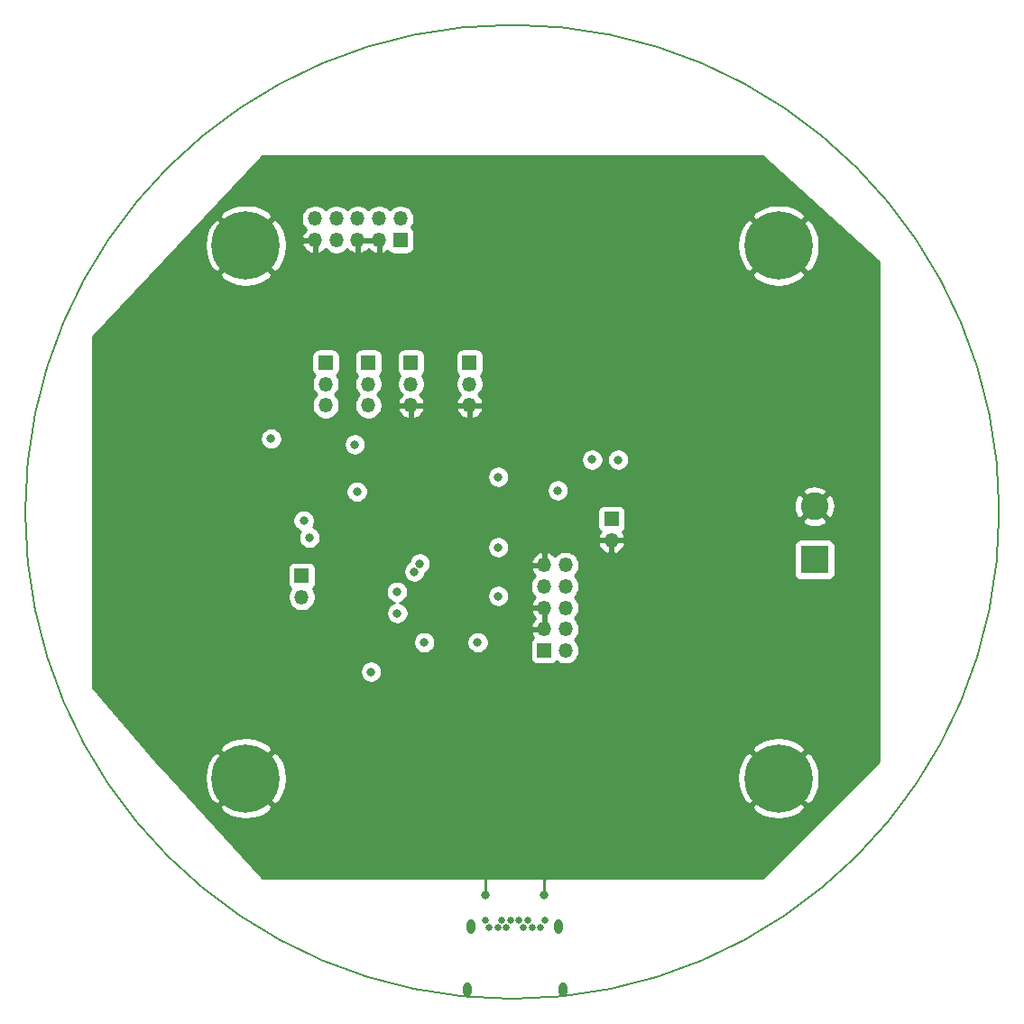
<source format=gbr>
%TF.GenerationSoftware,KiCad,Pcbnew,(5.1.10)-1*%
%TF.CreationDate,2021-07-04T14:07:10+01:00*%
%TF.ProjectId,Abhoinn_IoT_V2,4162686f-696e-46e5-9f49-6f545f56322e,rev?*%
%TF.SameCoordinates,Original*%
%TF.FileFunction,Copper,L2,Inr*%
%TF.FilePolarity,Positive*%
%FSLAX46Y46*%
G04 Gerber Fmt 4.6, Leading zero omitted, Abs format (unit mm)*
G04 Created by KiCad (PCBNEW (5.1.10)-1) date 2021-07-04 14:07:10*
%MOMM*%
%LPD*%
G01*
G04 APERTURE LIST*
%TA.AperFunction,NonConductor*%
%ADD10C,0.150000*%
%TD*%
%TA.AperFunction,ComponentPad*%
%ADD11C,0.650000*%
%TD*%
%TA.AperFunction,ComponentPad*%
%ADD12O,0.800000X1.400000*%
%TD*%
%TA.AperFunction,ComponentPad*%
%ADD13O,1.350000X1.350000*%
%TD*%
%TA.AperFunction,ComponentPad*%
%ADD14R,1.350000X1.350000*%
%TD*%
%TA.AperFunction,ComponentPad*%
%ADD15C,2.600000*%
%TD*%
%TA.AperFunction,ComponentPad*%
%ADD16R,2.600000X2.600000*%
%TD*%
%TA.AperFunction,ComponentPad*%
%ADD17C,0.800000*%
%TD*%
%TA.AperFunction,ComponentPad*%
%ADD18C,6.400000*%
%TD*%
%TA.AperFunction,ViaPad*%
%ADD19C,0.800000*%
%TD*%
%TA.AperFunction,Conductor*%
%ADD20C,0.250000*%
%TD*%
%TA.AperFunction,Conductor*%
%ADD21C,0.254000*%
%TD*%
%TA.AperFunction,Conductor*%
%ADD22C,0.100000*%
%TD*%
G04 APERTURE END LIST*
D10*
X202200700Y-80500000D02*
G75*
G03*
X202200700Y-80500000I-45700700J0D01*
G01*
D11*
%TO.N,N/C*%
%TO.C,P1*%
X154350000Y-119490000D03*
X155150000Y-119490000D03*
X155950000Y-119490000D03*
%TO.N,+5V*%
X157550000Y-119490000D03*
%TO.N,N/C*%
X158350000Y-119490000D03*
X159150000Y-119490000D03*
%TO.N,GND*%
X153950000Y-118790000D03*
%TO.N,Net-(P1-PadA4)*%
X155550000Y-118790000D03*
%TO.N,N/C*%
X156350000Y-118790000D03*
X157150000Y-118790000D03*
%TO.N,Net-(P1-PadA4)*%
X157950000Y-118790000D03*
%TO.N,GND*%
X159550000Y-118790000D03*
D12*
%TO.N,Net-(P1-PadS1)*%
X152260000Y-125340000D03*
X161240000Y-125340000D03*
X160880000Y-119390000D03*
X152620000Y-119390000D03*
%TD*%
D13*
%TO.N,GND*%
%TO.C,JP4*%
X152500000Y-70500000D03*
%TO.N,Net-(D4-Pad2)*%
X152500000Y-68500000D03*
D14*
%TO.N,+3V3*%
X152500000Y-66500000D03*
%TD*%
D13*
%TO.N,GND*%
%TO.C,JP3*%
X147000000Y-70500000D03*
%TO.N,DBG_EN*%
X147000000Y-68500000D03*
D14*
%TO.N,+3V3*%
X147000000Y-66500000D03*
%TD*%
D13*
%TO.N,LED_RX*%
%TO.C,JP2*%
X139000000Y-70500000D03*
%TO.N,RX_LED+DBG_DATA*%
X139000000Y-68500000D03*
D14*
%TO.N,TS_DBG_DATA*%
X139000000Y-66500000D03*
%TD*%
D13*
%TO.N,LED_TX*%
%TO.C,JP1*%
X143000000Y-70500000D03*
%TO.N,TX_LED+DBG_CLK*%
X143000000Y-68500000D03*
D14*
%TO.N,TS_DBG_CLK*%
X143000000Y-66500000D03*
%TD*%
D15*
%TO.N,GND*%
%TO.C,J6*%
X184870000Y-79980000D03*
D16*
%TO.N,+5V*%
X184870000Y-84980000D03*
%TD*%
D13*
%TO.N,RESET_N*%
%TO.C,J4*%
X138000000Y-53000000D03*
%TO.N,GND*%
X138000000Y-55000000D03*
%TO.N,Net-(J4-Pad8)*%
X140000000Y-53000000D03*
%TO.N,Net-(J4-Pad7)*%
X140000000Y-55000000D03*
%TO.N,Net-(J4-Pad6)*%
X142000000Y-53000000D03*
%TO.N,GND*%
X142000000Y-55000000D03*
%TO.N,TS_DBG_CLK*%
X144000000Y-53000000D03*
%TO.N,GND*%
X144000000Y-55000000D03*
%TO.N,TS_DBG_DATA*%
X146000000Y-53000000D03*
D14*
%TO.N,+3V3*%
X146000000Y-55000000D03*
%TD*%
D13*
%TO.N,NRST*%
%TO.C,J3*%
X161500000Y-85500000D03*
%TO.N,GND*%
X159500000Y-85500000D03*
%TO.N,Net-(J3-Pad8)*%
X161500000Y-87500000D03*
%TO.N,Net-(J3-Pad7)*%
X159500000Y-87500000D03*
%TO.N,Net-(J3-Pad6)*%
X161500000Y-89500000D03*
%TO.N,GND*%
X159500000Y-89500000D03*
%TO.N,SWCLK*%
X161500000Y-91500000D03*
%TO.N,GND*%
X159500000Y-91500000D03*
%TO.N,SWDIO*%
X161500000Y-93500000D03*
D14*
%TO.N,+3V3*%
X159500000Y-93500000D03*
%TD*%
D13*
%TO.N,LPUART1_TX*%
%TO.C,J2*%
X136750000Y-88500000D03*
D14*
%TO.N,LPUART1_RX*%
X136750000Y-86500000D03*
%TD*%
D13*
%TO.N,GND*%
%TO.C,J1*%
X165820000Y-83170000D03*
D14*
%TO.N,+3V3*%
X165820000Y-81170000D03*
%TD*%
D17*
%TO.N,GND*%
%TO.C,H4*%
X133197056Y-53802944D03*
X131500000Y-53100000D03*
X129802944Y-53802944D03*
X129100000Y-55500000D03*
X129802944Y-57197056D03*
X131500000Y-57900000D03*
X133197056Y-57197056D03*
X133900000Y-55500000D03*
D18*
X131500000Y-55500000D03*
%TD*%
D17*
%TO.N,GND*%
%TO.C,H3*%
X133197056Y-103802944D03*
X131500000Y-103100000D03*
X129802944Y-103802944D03*
X129100000Y-105500000D03*
X129802944Y-107197056D03*
X131500000Y-107900000D03*
X133197056Y-107197056D03*
X133900000Y-105500000D03*
D18*
X131500000Y-105500000D03*
%TD*%
D17*
%TO.N,GND*%
%TO.C,H2*%
X183197056Y-103802944D03*
X181500000Y-103100000D03*
X179802944Y-103802944D03*
X179100000Y-105500000D03*
X179802944Y-107197056D03*
X181500000Y-107900000D03*
X183197056Y-107197056D03*
X183900000Y-105500000D03*
D18*
X181500000Y-105500000D03*
%TD*%
D17*
%TO.N,GND*%
%TO.C,H1*%
X183197056Y-53802944D03*
X181500000Y-53100000D03*
X179802944Y-53802944D03*
X179100000Y-55500000D03*
X179802944Y-57197056D03*
X181500000Y-57900000D03*
X183197056Y-57197056D03*
X183900000Y-55500000D03*
D18*
X181500000Y-55500000D03*
%TD*%
D19*
%TO.N,GND*%
X142240000Y-92456000D03*
X142070000Y-90000000D03*
X142102000Y-88000000D03*
X132137500Y-73463500D03*
X160782000Y-82042000D03*
X163322000Y-73660000D03*
X165100000Y-72390000D03*
X165862000Y-71374000D03*
X144626500Y-73326500D03*
X134500000Y-78500000D03*
X133500000Y-94000000D03*
X131250000Y-94000000D03*
X121718600Y-79308220D03*
X127500000Y-80250000D03*
X129500000Y-80250000D03*
X131500000Y-80250000D03*
X130550000Y-79250000D03*
X128450000Y-79250000D03*
X128500000Y-81250000D03*
X130500000Y-81250000D03*
X126325000Y-78075000D03*
X126300000Y-80050000D03*
X126275000Y-81225000D03*
X129500000Y-74500000D03*
X129500000Y-85500000D03*
X118500000Y-85500000D03*
X118500000Y-74500000D03*
X118500000Y-80000000D03*
X118500000Y-77500000D03*
X118500000Y-83000000D03*
X121500000Y-85500000D03*
X125000000Y-85500000D03*
X125000000Y-74500000D03*
X121500000Y-74500000D03*
X159500000Y-116500000D03*
X154000000Y-116500000D03*
%TO.N,+3V3*%
X141732000Y-74168000D03*
X145680000Y-88000000D03*
X145712000Y-90000000D03*
X143256000Y-95504000D03*
X155194000Y-88392000D03*
X160782000Y-78486000D03*
X166449500Y-75612500D03*
X164000000Y-75600000D03*
X133862500Y-73637500D03*
%TO.N,LPUART1_TX*%
X136940000Y-81320000D03*
%TO.N,LPUART1_RX*%
X137460000Y-82920000D03*
%TO.N,PRESSURE_SDA*%
X155194000Y-77216000D03*
X147828000Y-85344000D03*
%TO.N,PRESSURE_SCL*%
X155194000Y-83820000D03*
X147320000Y-86106000D03*
%TO.N,NRST*%
X141932660Y-78610460D03*
%TO.N,Net-(U2-Pad5)*%
X153250000Y-92750000D03*
%TO.N,Net-(U2-Pad2)*%
X148250000Y-92750000D03*
%TD*%
D20*
%TO.N,GND*%
X159500000Y-116500000D02*
X159500000Y-115000000D01*
X159500000Y-115000000D02*
X160000000Y-114500000D01*
X154000000Y-116500000D02*
X154000000Y-115000000D01*
%TD*%
D21*
%TO.N,GND*%
X190873000Y-57056180D02*
X190873000Y-103947394D01*
X179947394Y-114873000D01*
X133056180Y-114873000D01*
X126990618Y-108200881D01*
X128978724Y-108200881D01*
X129338912Y-108690548D01*
X130002882Y-109050849D01*
X130724385Y-109274694D01*
X131475695Y-109353480D01*
X132227938Y-109284178D01*
X132952208Y-109069452D01*
X133620670Y-108717555D01*
X133661088Y-108690548D01*
X134021276Y-108200881D01*
X178978724Y-108200881D01*
X179338912Y-108690548D01*
X180002882Y-109050849D01*
X180724385Y-109274694D01*
X181475695Y-109353480D01*
X182227938Y-109284178D01*
X182952208Y-109069452D01*
X183620670Y-108717555D01*
X183661088Y-108690548D01*
X184021276Y-108200881D01*
X181500000Y-105679605D01*
X178978724Y-108200881D01*
X134021276Y-108200881D01*
X131500000Y-105679605D01*
X128978724Y-108200881D01*
X126990618Y-108200881D01*
X124513176Y-105475695D01*
X127646520Y-105475695D01*
X127715822Y-106227938D01*
X127930548Y-106952208D01*
X128282445Y-107620670D01*
X128309452Y-107661088D01*
X128799119Y-108021276D01*
X131320395Y-105500000D01*
X131679605Y-105500000D01*
X134200881Y-108021276D01*
X134690548Y-107661088D01*
X135050849Y-106997118D01*
X135274694Y-106275615D01*
X135353480Y-105524305D01*
X135349002Y-105475695D01*
X177646520Y-105475695D01*
X177715822Y-106227938D01*
X177930548Y-106952208D01*
X178282445Y-107620670D01*
X178309452Y-107661088D01*
X178799119Y-108021276D01*
X181320395Y-105500000D01*
X181679605Y-105500000D01*
X184200881Y-108021276D01*
X184690548Y-107661088D01*
X185050849Y-106997118D01*
X185274694Y-106275615D01*
X185353480Y-105524305D01*
X185284178Y-104772062D01*
X185069452Y-104047792D01*
X184717555Y-103379330D01*
X184690548Y-103338912D01*
X184200881Y-102978724D01*
X181679605Y-105500000D01*
X181320395Y-105500000D01*
X178799119Y-102978724D01*
X178309452Y-103338912D01*
X177949151Y-104002882D01*
X177725306Y-104724385D01*
X177646520Y-105475695D01*
X135349002Y-105475695D01*
X135284178Y-104772062D01*
X135069452Y-104047792D01*
X134717555Y-103379330D01*
X134690548Y-103338912D01*
X134200881Y-102978724D01*
X131679605Y-105500000D01*
X131320395Y-105500000D01*
X128799119Y-102978724D01*
X128309452Y-103338912D01*
X127949151Y-104002882D01*
X127725306Y-104724385D01*
X127646520Y-105475695D01*
X124513176Y-105475695D01*
X123095247Y-103915974D01*
X122137943Y-102799119D01*
X128978724Y-102799119D01*
X131500000Y-105320395D01*
X134021276Y-102799119D01*
X178978724Y-102799119D01*
X181500000Y-105320395D01*
X184021276Y-102799119D01*
X183661088Y-102309452D01*
X182997118Y-101949151D01*
X182275615Y-101725306D01*
X181524305Y-101646520D01*
X180772062Y-101715822D01*
X180047792Y-101930548D01*
X179379330Y-102282445D01*
X179338912Y-102309452D01*
X178978724Y-102799119D01*
X134021276Y-102799119D01*
X133661088Y-102309452D01*
X132997118Y-101949151D01*
X132275615Y-101725306D01*
X131524305Y-101646520D01*
X130772062Y-101715822D01*
X130047792Y-101930548D01*
X129379330Y-102282445D01*
X129338912Y-102309452D01*
X128978724Y-102799119D01*
X122137943Y-102799119D01*
X117127000Y-96953019D01*
X117127000Y-95402061D01*
X142221000Y-95402061D01*
X142221000Y-95605939D01*
X142260774Y-95805898D01*
X142338795Y-95994256D01*
X142452063Y-96163774D01*
X142596226Y-96307937D01*
X142765744Y-96421205D01*
X142954102Y-96499226D01*
X143154061Y-96539000D01*
X143357939Y-96539000D01*
X143557898Y-96499226D01*
X143746256Y-96421205D01*
X143915774Y-96307937D01*
X144059937Y-96163774D01*
X144173205Y-95994256D01*
X144251226Y-95805898D01*
X144291000Y-95605939D01*
X144291000Y-95402061D01*
X144251226Y-95202102D01*
X144173205Y-95013744D01*
X144059937Y-94844226D01*
X143915774Y-94700063D01*
X143746256Y-94586795D01*
X143557898Y-94508774D01*
X143357939Y-94469000D01*
X143154061Y-94469000D01*
X142954102Y-94508774D01*
X142765744Y-94586795D01*
X142596226Y-94700063D01*
X142452063Y-94844226D01*
X142338795Y-95013744D01*
X142260774Y-95202102D01*
X142221000Y-95402061D01*
X117127000Y-95402061D01*
X117127000Y-92648061D01*
X147215000Y-92648061D01*
X147215000Y-92851939D01*
X147254774Y-93051898D01*
X147332795Y-93240256D01*
X147446063Y-93409774D01*
X147590226Y-93553937D01*
X147759744Y-93667205D01*
X147948102Y-93745226D01*
X148148061Y-93785000D01*
X148351939Y-93785000D01*
X148551898Y-93745226D01*
X148740256Y-93667205D01*
X148909774Y-93553937D01*
X149053937Y-93409774D01*
X149167205Y-93240256D01*
X149245226Y-93051898D01*
X149285000Y-92851939D01*
X149285000Y-92648061D01*
X152215000Y-92648061D01*
X152215000Y-92851939D01*
X152254774Y-93051898D01*
X152332795Y-93240256D01*
X152446063Y-93409774D01*
X152590226Y-93553937D01*
X152759744Y-93667205D01*
X152948102Y-93745226D01*
X153148061Y-93785000D01*
X153351939Y-93785000D01*
X153551898Y-93745226D01*
X153740256Y-93667205D01*
X153909774Y-93553937D01*
X154053937Y-93409774D01*
X154167205Y-93240256D01*
X154245226Y-93051898D01*
X154285000Y-92851939D01*
X154285000Y-92825000D01*
X158186928Y-92825000D01*
X158186928Y-94175000D01*
X158199188Y-94299482D01*
X158235498Y-94419180D01*
X158294463Y-94529494D01*
X158373815Y-94626185D01*
X158470506Y-94705537D01*
X158580820Y-94764502D01*
X158700518Y-94800812D01*
X158825000Y-94813072D01*
X160175000Y-94813072D01*
X160299482Y-94800812D01*
X160419180Y-94764502D01*
X160529494Y-94705537D01*
X160626185Y-94626185D01*
X160697487Y-94539303D01*
X160879482Y-94660907D01*
X161117887Y-94759658D01*
X161370976Y-94810000D01*
X161629024Y-94810000D01*
X161882113Y-94759658D01*
X162120518Y-94660907D01*
X162335077Y-94517544D01*
X162517544Y-94335077D01*
X162660907Y-94120518D01*
X162759658Y-93882113D01*
X162810000Y-93629024D01*
X162810000Y-93370976D01*
X162759658Y-93117887D01*
X162660907Y-92879482D01*
X162517544Y-92664923D01*
X162352621Y-92500000D01*
X162517544Y-92335077D01*
X162660907Y-92120518D01*
X162759658Y-91882113D01*
X162810000Y-91629024D01*
X162810000Y-91370976D01*
X162759658Y-91117887D01*
X162660907Y-90879482D01*
X162517544Y-90664923D01*
X162352621Y-90500000D01*
X162517544Y-90335077D01*
X162660907Y-90120518D01*
X162759658Y-89882113D01*
X162810000Y-89629024D01*
X162810000Y-89370976D01*
X162759658Y-89117887D01*
X162660907Y-88879482D01*
X162517544Y-88664923D01*
X162352621Y-88500000D01*
X162517544Y-88335077D01*
X162660907Y-88120518D01*
X162759658Y-87882113D01*
X162810000Y-87629024D01*
X162810000Y-87370976D01*
X162759658Y-87117887D01*
X162660907Y-86879482D01*
X162517544Y-86664923D01*
X162352621Y-86500000D01*
X162517544Y-86335077D01*
X162660907Y-86120518D01*
X162759658Y-85882113D01*
X162810000Y-85629024D01*
X162810000Y-85370976D01*
X162759658Y-85117887D01*
X162660907Y-84879482D01*
X162517544Y-84664923D01*
X162335077Y-84482456D01*
X162120518Y-84339093D01*
X161882113Y-84240342D01*
X161629024Y-84190000D01*
X161370976Y-84190000D01*
X161117887Y-84240342D01*
X160879482Y-84339093D01*
X160664923Y-84482456D01*
X160495285Y-84652094D01*
X160478303Y-84628773D01*
X160289537Y-84454656D01*
X160070430Y-84320711D01*
X159829401Y-84232085D01*
X159627000Y-84354915D01*
X159627000Y-85373000D01*
X159647000Y-85373000D01*
X159647000Y-85627000D01*
X159627000Y-85627000D01*
X159627000Y-85647000D01*
X159373000Y-85647000D01*
X159373000Y-85627000D01*
X158355776Y-85627000D01*
X158232090Y-85829400D01*
X158262762Y-85930528D01*
X158370527Y-86163629D01*
X158521697Y-86371227D01*
X158654060Y-86493319D01*
X158482456Y-86664923D01*
X158339093Y-86879482D01*
X158240342Y-87117887D01*
X158190000Y-87370976D01*
X158190000Y-87629024D01*
X158240342Y-87882113D01*
X158339093Y-88120518D01*
X158482456Y-88335077D01*
X158654060Y-88506681D01*
X158521697Y-88628773D01*
X158370527Y-88836371D01*
X158262762Y-89069472D01*
X158232090Y-89170600D01*
X158355776Y-89373000D01*
X159373000Y-89373000D01*
X159373000Y-89353000D01*
X159627000Y-89353000D01*
X159627000Y-89373000D01*
X159647000Y-89373000D01*
X159647000Y-89627000D01*
X159627000Y-89627000D01*
X159627000Y-91373000D01*
X159647000Y-91373000D01*
X159647000Y-91627000D01*
X159627000Y-91627000D01*
X159627000Y-91647000D01*
X159373000Y-91647000D01*
X159373000Y-91627000D01*
X158355776Y-91627000D01*
X158232090Y-91829400D01*
X158262762Y-91930528D01*
X158370527Y-92163629D01*
X158467559Y-92296881D01*
X158373815Y-92373815D01*
X158294463Y-92470506D01*
X158235498Y-92580820D01*
X158199188Y-92700518D01*
X158186928Y-92825000D01*
X154285000Y-92825000D01*
X154285000Y-92648061D01*
X154245226Y-92448102D01*
X154167205Y-92259744D01*
X154053937Y-92090226D01*
X153909774Y-91946063D01*
X153740256Y-91832795D01*
X153551898Y-91754774D01*
X153351939Y-91715000D01*
X153148061Y-91715000D01*
X152948102Y-91754774D01*
X152759744Y-91832795D01*
X152590226Y-91946063D01*
X152446063Y-92090226D01*
X152332795Y-92259744D01*
X152254774Y-92448102D01*
X152215000Y-92648061D01*
X149285000Y-92648061D01*
X149245226Y-92448102D01*
X149167205Y-92259744D01*
X149053937Y-92090226D01*
X148909774Y-91946063D01*
X148740256Y-91832795D01*
X148551898Y-91754774D01*
X148351939Y-91715000D01*
X148148061Y-91715000D01*
X147948102Y-91754774D01*
X147759744Y-91832795D01*
X147590226Y-91946063D01*
X147446063Y-92090226D01*
X147332795Y-92259744D01*
X147254774Y-92448102D01*
X147215000Y-92648061D01*
X117127000Y-92648061D01*
X117127000Y-85825000D01*
X135436928Y-85825000D01*
X135436928Y-87175000D01*
X135449188Y-87299482D01*
X135485498Y-87419180D01*
X135544463Y-87529494D01*
X135623815Y-87626185D01*
X135710697Y-87697487D01*
X135589093Y-87879482D01*
X135490342Y-88117887D01*
X135440000Y-88370976D01*
X135440000Y-88629024D01*
X135490342Y-88882113D01*
X135589093Y-89120518D01*
X135732456Y-89335077D01*
X135914923Y-89517544D01*
X136129482Y-89660907D01*
X136367887Y-89759658D01*
X136620976Y-89810000D01*
X136879024Y-89810000D01*
X137132113Y-89759658D01*
X137370518Y-89660907D01*
X137585077Y-89517544D01*
X137767544Y-89335077D01*
X137910907Y-89120518D01*
X138009658Y-88882113D01*
X138060000Y-88629024D01*
X138060000Y-88370976D01*
X138009658Y-88117887D01*
X137918603Y-87898061D01*
X144645000Y-87898061D01*
X144645000Y-88101939D01*
X144684774Y-88301898D01*
X144762795Y-88490256D01*
X144876063Y-88659774D01*
X145020226Y-88803937D01*
X145189744Y-88917205D01*
X145378102Y-88995226D01*
X145418103Y-89003183D01*
X145410102Y-89004774D01*
X145221744Y-89082795D01*
X145052226Y-89196063D01*
X144908063Y-89340226D01*
X144794795Y-89509744D01*
X144716774Y-89698102D01*
X144677000Y-89898061D01*
X144677000Y-90101939D01*
X144716774Y-90301898D01*
X144794795Y-90490256D01*
X144908063Y-90659774D01*
X145052226Y-90803937D01*
X145221744Y-90917205D01*
X145410102Y-90995226D01*
X145610061Y-91035000D01*
X145813939Y-91035000D01*
X146013898Y-90995226D01*
X146202256Y-90917205D01*
X146371774Y-90803937D01*
X146515937Y-90659774D01*
X146629205Y-90490256D01*
X146707226Y-90301898D01*
X146747000Y-90101939D01*
X146747000Y-89898061D01*
X146733343Y-89829400D01*
X158232090Y-89829400D01*
X158262762Y-89930528D01*
X158370527Y-90163629D01*
X158521697Y-90371227D01*
X158661304Y-90500000D01*
X158521697Y-90628773D01*
X158370527Y-90836371D01*
X158262762Y-91069472D01*
X158232090Y-91170600D01*
X158355776Y-91373000D01*
X159373000Y-91373000D01*
X159373000Y-89627000D01*
X158355776Y-89627000D01*
X158232090Y-89829400D01*
X146733343Y-89829400D01*
X146707226Y-89698102D01*
X146629205Y-89509744D01*
X146515937Y-89340226D01*
X146371774Y-89196063D01*
X146202256Y-89082795D01*
X146013898Y-89004774D01*
X145973897Y-88996817D01*
X145981898Y-88995226D01*
X146170256Y-88917205D01*
X146339774Y-88803937D01*
X146483937Y-88659774D01*
X146597205Y-88490256D01*
X146675226Y-88301898D01*
X146677580Y-88290061D01*
X154159000Y-88290061D01*
X154159000Y-88493939D01*
X154198774Y-88693898D01*
X154276795Y-88882256D01*
X154390063Y-89051774D01*
X154534226Y-89195937D01*
X154703744Y-89309205D01*
X154892102Y-89387226D01*
X155092061Y-89427000D01*
X155295939Y-89427000D01*
X155495898Y-89387226D01*
X155684256Y-89309205D01*
X155853774Y-89195937D01*
X155997937Y-89051774D01*
X156111205Y-88882256D01*
X156189226Y-88693898D01*
X156229000Y-88493939D01*
X156229000Y-88290061D01*
X156189226Y-88090102D01*
X156111205Y-87901744D01*
X155997937Y-87732226D01*
X155853774Y-87588063D01*
X155684256Y-87474795D01*
X155495898Y-87396774D01*
X155295939Y-87357000D01*
X155092061Y-87357000D01*
X154892102Y-87396774D01*
X154703744Y-87474795D01*
X154534226Y-87588063D01*
X154390063Y-87732226D01*
X154276795Y-87901744D01*
X154198774Y-88090102D01*
X154159000Y-88290061D01*
X146677580Y-88290061D01*
X146715000Y-88101939D01*
X146715000Y-87898061D01*
X146675226Y-87698102D01*
X146597205Y-87509744D01*
X146483937Y-87340226D01*
X146339774Y-87196063D01*
X146170256Y-87082795D01*
X145981898Y-87004774D01*
X145781939Y-86965000D01*
X145578061Y-86965000D01*
X145378102Y-87004774D01*
X145189744Y-87082795D01*
X145020226Y-87196063D01*
X144876063Y-87340226D01*
X144762795Y-87509744D01*
X144684774Y-87698102D01*
X144645000Y-87898061D01*
X137918603Y-87898061D01*
X137910907Y-87879482D01*
X137789303Y-87697487D01*
X137876185Y-87626185D01*
X137955537Y-87529494D01*
X138014502Y-87419180D01*
X138050812Y-87299482D01*
X138063072Y-87175000D01*
X138063072Y-86004061D01*
X146285000Y-86004061D01*
X146285000Y-86207939D01*
X146324774Y-86407898D01*
X146402795Y-86596256D01*
X146516063Y-86765774D01*
X146660226Y-86909937D01*
X146829744Y-87023205D01*
X147018102Y-87101226D01*
X147218061Y-87141000D01*
X147421939Y-87141000D01*
X147621898Y-87101226D01*
X147810256Y-87023205D01*
X147979774Y-86909937D01*
X148123937Y-86765774D01*
X148237205Y-86596256D01*
X148315226Y-86407898D01*
X148348413Y-86241055D01*
X148487774Y-86147937D01*
X148631937Y-86003774D01*
X148745205Y-85834256D01*
X148823226Y-85645898D01*
X148863000Y-85445939D01*
X148863000Y-85242061D01*
X148848786Y-85170600D01*
X158232090Y-85170600D01*
X158355776Y-85373000D01*
X159373000Y-85373000D01*
X159373000Y-84354915D01*
X159170599Y-84232085D01*
X158929570Y-84320711D01*
X158710463Y-84454656D01*
X158521697Y-84628773D01*
X158370527Y-84836371D01*
X158262762Y-85069472D01*
X158232090Y-85170600D01*
X148848786Y-85170600D01*
X148823226Y-85042102D01*
X148745205Y-84853744D01*
X148631937Y-84684226D01*
X148487774Y-84540063D01*
X148318256Y-84426795D01*
X148129898Y-84348774D01*
X147929939Y-84309000D01*
X147726061Y-84309000D01*
X147526102Y-84348774D01*
X147337744Y-84426795D01*
X147168226Y-84540063D01*
X147024063Y-84684226D01*
X146910795Y-84853744D01*
X146832774Y-85042102D01*
X146799587Y-85208945D01*
X146660226Y-85302063D01*
X146516063Y-85446226D01*
X146402795Y-85615744D01*
X146324774Y-85804102D01*
X146285000Y-86004061D01*
X138063072Y-86004061D01*
X138063072Y-85825000D01*
X138050812Y-85700518D01*
X138014502Y-85580820D01*
X137955537Y-85470506D01*
X137876185Y-85373815D01*
X137779494Y-85294463D01*
X137669180Y-85235498D01*
X137549482Y-85199188D01*
X137425000Y-85186928D01*
X136075000Y-85186928D01*
X135950518Y-85199188D01*
X135830820Y-85235498D01*
X135720506Y-85294463D01*
X135623815Y-85373815D01*
X135544463Y-85470506D01*
X135485498Y-85580820D01*
X135449188Y-85700518D01*
X135436928Y-85825000D01*
X117127000Y-85825000D01*
X117127000Y-81218061D01*
X135905000Y-81218061D01*
X135905000Y-81421939D01*
X135944774Y-81621898D01*
X136022795Y-81810256D01*
X136136063Y-81979774D01*
X136280226Y-82123937D01*
X136449744Y-82237205D01*
X136623386Y-82309130D01*
X136542795Y-82429744D01*
X136464774Y-82618102D01*
X136425000Y-82818061D01*
X136425000Y-83021939D01*
X136464774Y-83221898D01*
X136542795Y-83410256D01*
X136656063Y-83579774D01*
X136800226Y-83723937D01*
X136969744Y-83837205D01*
X137158102Y-83915226D01*
X137358061Y-83955000D01*
X137561939Y-83955000D01*
X137761898Y-83915226D01*
X137950256Y-83837205D01*
X138119774Y-83723937D01*
X138125650Y-83718061D01*
X154159000Y-83718061D01*
X154159000Y-83921939D01*
X154198774Y-84121898D01*
X154276795Y-84310256D01*
X154390063Y-84479774D01*
X154534226Y-84623937D01*
X154703744Y-84737205D01*
X154892102Y-84815226D01*
X155092061Y-84855000D01*
X155295939Y-84855000D01*
X155495898Y-84815226D01*
X155684256Y-84737205D01*
X155853774Y-84623937D01*
X155997937Y-84479774D01*
X156111205Y-84310256D01*
X156189226Y-84121898D01*
X156229000Y-83921939D01*
X156229000Y-83718061D01*
X156189226Y-83518102D01*
X156181480Y-83499400D01*
X164552090Y-83499400D01*
X164582762Y-83600528D01*
X164690527Y-83833629D01*
X164841697Y-84041227D01*
X165030463Y-84215344D01*
X165249570Y-84349289D01*
X165490599Y-84437915D01*
X165693000Y-84315085D01*
X165693000Y-83297000D01*
X165947000Y-83297000D01*
X165947000Y-84315085D01*
X166149401Y-84437915D01*
X166390430Y-84349289D01*
X166609537Y-84215344D01*
X166798303Y-84041227D01*
X166949473Y-83833629D01*
X167020497Y-83680000D01*
X182931928Y-83680000D01*
X182931928Y-86280000D01*
X182944188Y-86404482D01*
X182980498Y-86524180D01*
X183039463Y-86634494D01*
X183118815Y-86731185D01*
X183215506Y-86810537D01*
X183325820Y-86869502D01*
X183445518Y-86905812D01*
X183570000Y-86918072D01*
X186170000Y-86918072D01*
X186294482Y-86905812D01*
X186414180Y-86869502D01*
X186524494Y-86810537D01*
X186621185Y-86731185D01*
X186700537Y-86634494D01*
X186759502Y-86524180D01*
X186795812Y-86404482D01*
X186808072Y-86280000D01*
X186808072Y-83680000D01*
X186795812Y-83555518D01*
X186759502Y-83435820D01*
X186700537Y-83325506D01*
X186621185Y-83228815D01*
X186524494Y-83149463D01*
X186414180Y-83090498D01*
X186294482Y-83054188D01*
X186170000Y-83041928D01*
X183570000Y-83041928D01*
X183445518Y-83054188D01*
X183325820Y-83090498D01*
X183215506Y-83149463D01*
X183118815Y-83228815D01*
X183039463Y-83325506D01*
X182980498Y-83435820D01*
X182944188Y-83555518D01*
X182931928Y-83680000D01*
X167020497Y-83680000D01*
X167057238Y-83600528D01*
X167087910Y-83499400D01*
X166964224Y-83297000D01*
X165947000Y-83297000D01*
X165693000Y-83297000D01*
X164675776Y-83297000D01*
X164552090Y-83499400D01*
X156181480Y-83499400D01*
X156111205Y-83329744D01*
X155997937Y-83160226D01*
X155853774Y-83016063D01*
X155684256Y-82902795D01*
X155495898Y-82824774D01*
X155295939Y-82785000D01*
X155092061Y-82785000D01*
X154892102Y-82824774D01*
X154703744Y-82902795D01*
X154534226Y-83016063D01*
X154390063Y-83160226D01*
X154276795Y-83329744D01*
X154198774Y-83518102D01*
X154159000Y-83718061D01*
X138125650Y-83718061D01*
X138263937Y-83579774D01*
X138377205Y-83410256D01*
X138455226Y-83221898D01*
X138495000Y-83021939D01*
X138495000Y-82818061D01*
X138455226Y-82618102D01*
X138377205Y-82429744D01*
X138263937Y-82260226D01*
X138119774Y-82116063D01*
X137950256Y-82002795D01*
X137776614Y-81930870D01*
X137857205Y-81810256D01*
X137935226Y-81621898D01*
X137975000Y-81421939D01*
X137975000Y-81218061D01*
X137935226Y-81018102D01*
X137857205Y-80829744D01*
X137743937Y-80660226D01*
X137599774Y-80516063D01*
X137568251Y-80495000D01*
X164506928Y-80495000D01*
X164506928Y-81845000D01*
X164519188Y-81969482D01*
X164555498Y-82089180D01*
X164614463Y-82199494D01*
X164693815Y-82296185D01*
X164787559Y-82373119D01*
X164690527Y-82506371D01*
X164582762Y-82739472D01*
X164552090Y-82840600D01*
X164675776Y-83043000D01*
X165693000Y-83043000D01*
X165693000Y-83023000D01*
X165947000Y-83023000D01*
X165947000Y-83043000D01*
X166964224Y-83043000D01*
X167087910Y-82840600D01*
X167057238Y-82739472D01*
X166949473Y-82506371D01*
X166852441Y-82373119D01*
X166946185Y-82296185D01*
X167025537Y-82199494D01*
X167084502Y-82089180D01*
X167120812Y-81969482D01*
X167133072Y-81845000D01*
X167133072Y-81329224D01*
X183700381Y-81329224D01*
X183832317Y-81624312D01*
X184173045Y-81795159D01*
X184540557Y-81896250D01*
X184920729Y-81923701D01*
X185298951Y-81876457D01*
X185660690Y-81756333D01*
X185907683Y-81624312D01*
X186039619Y-81329224D01*
X184870000Y-80159605D01*
X183700381Y-81329224D01*
X167133072Y-81329224D01*
X167133072Y-80495000D01*
X167120812Y-80370518D01*
X167084502Y-80250820D01*
X167025537Y-80140506D01*
X166946185Y-80043815D01*
X166930240Y-80030729D01*
X182926299Y-80030729D01*
X182973543Y-80408951D01*
X183093667Y-80770690D01*
X183225688Y-81017683D01*
X183520776Y-81149619D01*
X184690395Y-79980000D01*
X185049605Y-79980000D01*
X186219224Y-81149619D01*
X186514312Y-81017683D01*
X186685159Y-80676955D01*
X186786250Y-80309443D01*
X186813701Y-79929271D01*
X186766457Y-79551049D01*
X186646333Y-79189310D01*
X186514312Y-78942317D01*
X186219224Y-78810381D01*
X185049605Y-79980000D01*
X184690395Y-79980000D01*
X183520776Y-78810381D01*
X183225688Y-78942317D01*
X183054841Y-79283045D01*
X182953750Y-79650557D01*
X182926299Y-80030729D01*
X166930240Y-80030729D01*
X166849494Y-79964463D01*
X166739180Y-79905498D01*
X166619482Y-79869188D01*
X166495000Y-79856928D01*
X165145000Y-79856928D01*
X165020518Y-79869188D01*
X164900820Y-79905498D01*
X164790506Y-79964463D01*
X164693815Y-80043815D01*
X164614463Y-80140506D01*
X164555498Y-80250820D01*
X164519188Y-80370518D01*
X164506928Y-80495000D01*
X137568251Y-80495000D01*
X137430256Y-80402795D01*
X137241898Y-80324774D01*
X137041939Y-80285000D01*
X136838061Y-80285000D01*
X136638102Y-80324774D01*
X136449744Y-80402795D01*
X136280226Y-80516063D01*
X136136063Y-80660226D01*
X136022795Y-80829744D01*
X135944774Y-81018102D01*
X135905000Y-81218061D01*
X117127000Y-81218061D01*
X117127000Y-78508521D01*
X140897660Y-78508521D01*
X140897660Y-78712399D01*
X140937434Y-78912358D01*
X141015455Y-79100716D01*
X141128723Y-79270234D01*
X141272886Y-79414397D01*
X141442404Y-79527665D01*
X141630762Y-79605686D01*
X141830721Y-79645460D01*
X142034599Y-79645460D01*
X142234558Y-79605686D01*
X142422916Y-79527665D01*
X142592434Y-79414397D01*
X142736597Y-79270234D01*
X142849865Y-79100716D01*
X142927886Y-78912358D01*
X142967660Y-78712399D01*
X142967660Y-78508521D01*
X142942904Y-78384061D01*
X159747000Y-78384061D01*
X159747000Y-78587939D01*
X159786774Y-78787898D01*
X159864795Y-78976256D01*
X159978063Y-79145774D01*
X160122226Y-79289937D01*
X160291744Y-79403205D01*
X160480102Y-79481226D01*
X160680061Y-79521000D01*
X160883939Y-79521000D01*
X161083898Y-79481226D01*
X161272256Y-79403205D01*
X161441774Y-79289937D01*
X161585937Y-79145774D01*
X161699205Y-78976256D01*
X161777226Y-78787898D01*
X161808479Y-78630776D01*
X183700381Y-78630776D01*
X184870000Y-79800395D01*
X186039619Y-78630776D01*
X185907683Y-78335688D01*
X185566955Y-78164841D01*
X185199443Y-78063750D01*
X184819271Y-78036299D01*
X184441049Y-78083543D01*
X184079310Y-78203667D01*
X183832317Y-78335688D01*
X183700381Y-78630776D01*
X161808479Y-78630776D01*
X161817000Y-78587939D01*
X161817000Y-78384061D01*
X161777226Y-78184102D01*
X161699205Y-77995744D01*
X161585937Y-77826226D01*
X161441774Y-77682063D01*
X161272256Y-77568795D01*
X161083898Y-77490774D01*
X160883939Y-77451000D01*
X160680061Y-77451000D01*
X160480102Y-77490774D01*
X160291744Y-77568795D01*
X160122226Y-77682063D01*
X159978063Y-77826226D01*
X159864795Y-77995744D01*
X159786774Y-78184102D01*
X159747000Y-78384061D01*
X142942904Y-78384061D01*
X142927886Y-78308562D01*
X142849865Y-78120204D01*
X142736597Y-77950686D01*
X142592434Y-77806523D01*
X142422916Y-77693255D01*
X142234558Y-77615234D01*
X142034599Y-77575460D01*
X141830721Y-77575460D01*
X141630762Y-77615234D01*
X141442404Y-77693255D01*
X141272886Y-77806523D01*
X141128723Y-77950686D01*
X141015455Y-78120204D01*
X140937434Y-78308562D01*
X140897660Y-78508521D01*
X117127000Y-78508521D01*
X117127000Y-77114061D01*
X154159000Y-77114061D01*
X154159000Y-77317939D01*
X154198774Y-77517898D01*
X154276795Y-77706256D01*
X154390063Y-77875774D01*
X154534226Y-78019937D01*
X154703744Y-78133205D01*
X154892102Y-78211226D01*
X155092061Y-78251000D01*
X155295939Y-78251000D01*
X155495898Y-78211226D01*
X155684256Y-78133205D01*
X155853774Y-78019937D01*
X155997937Y-77875774D01*
X156111205Y-77706256D01*
X156189226Y-77517898D01*
X156229000Y-77317939D01*
X156229000Y-77114061D01*
X156189226Y-76914102D01*
X156111205Y-76725744D01*
X155997937Y-76556226D01*
X155853774Y-76412063D01*
X155684256Y-76298795D01*
X155495898Y-76220774D01*
X155295939Y-76181000D01*
X155092061Y-76181000D01*
X154892102Y-76220774D01*
X154703744Y-76298795D01*
X154534226Y-76412063D01*
X154390063Y-76556226D01*
X154276795Y-76725744D01*
X154198774Y-76914102D01*
X154159000Y-77114061D01*
X117127000Y-77114061D01*
X117127000Y-75498061D01*
X162965000Y-75498061D01*
X162965000Y-75701939D01*
X163004774Y-75901898D01*
X163082795Y-76090256D01*
X163196063Y-76259774D01*
X163340226Y-76403937D01*
X163509744Y-76517205D01*
X163698102Y-76595226D01*
X163898061Y-76635000D01*
X164101939Y-76635000D01*
X164301898Y-76595226D01*
X164490256Y-76517205D01*
X164659774Y-76403937D01*
X164803937Y-76259774D01*
X164917205Y-76090256D01*
X164995226Y-75901898D01*
X165035000Y-75701939D01*
X165035000Y-75510561D01*
X165414500Y-75510561D01*
X165414500Y-75714439D01*
X165454274Y-75914398D01*
X165532295Y-76102756D01*
X165645563Y-76272274D01*
X165789726Y-76416437D01*
X165959244Y-76529705D01*
X166147602Y-76607726D01*
X166347561Y-76647500D01*
X166551439Y-76647500D01*
X166751398Y-76607726D01*
X166939756Y-76529705D01*
X167109274Y-76416437D01*
X167253437Y-76272274D01*
X167366705Y-76102756D01*
X167444726Y-75914398D01*
X167484500Y-75714439D01*
X167484500Y-75510561D01*
X167444726Y-75310602D01*
X167366705Y-75122244D01*
X167253437Y-74952726D01*
X167109274Y-74808563D01*
X166939756Y-74695295D01*
X166751398Y-74617274D01*
X166551439Y-74577500D01*
X166347561Y-74577500D01*
X166147602Y-74617274D01*
X165959244Y-74695295D01*
X165789726Y-74808563D01*
X165645563Y-74952726D01*
X165532295Y-75122244D01*
X165454274Y-75310602D01*
X165414500Y-75510561D01*
X165035000Y-75510561D01*
X165035000Y-75498061D01*
X164995226Y-75298102D01*
X164917205Y-75109744D01*
X164803937Y-74940226D01*
X164659774Y-74796063D01*
X164490256Y-74682795D01*
X164301898Y-74604774D01*
X164101939Y-74565000D01*
X163898061Y-74565000D01*
X163698102Y-74604774D01*
X163509744Y-74682795D01*
X163340226Y-74796063D01*
X163196063Y-74940226D01*
X163082795Y-75109744D01*
X163004774Y-75298102D01*
X162965000Y-75498061D01*
X117127000Y-75498061D01*
X117127000Y-73535561D01*
X132827500Y-73535561D01*
X132827500Y-73739439D01*
X132867274Y-73939398D01*
X132945295Y-74127756D01*
X133058563Y-74297274D01*
X133202726Y-74441437D01*
X133372244Y-74554705D01*
X133560602Y-74632726D01*
X133760561Y-74672500D01*
X133964439Y-74672500D01*
X134164398Y-74632726D01*
X134352756Y-74554705D01*
X134522274Y-74441437D01*
X134666437Y-74297274D01*
X134779705Y-74127756D01*
X134805260Y-74066061D01*
X140697000Y-74066061D01*
X140697000Y-74269939D01*
X140736774Y-74469898D01*
X140814795Y-74658256D01*
X140928063Y-74827774D01*
X141072226Y-74971937D01*
X141241744Y-75085205D01*
X141430102Y-75163226D01*
X141630061Y-75203000D01*
X141833939Y-75203000D01*
X142033898Y-75163226D01*
X142222256Y-75085205D01*
X142391774Y-74971937D01*
X142535937Y-74827774D01*
X142649205Y-74658256D01*
X142727226Y-74469898D01*
X142767000Y-74269939D01*
X142767000Y-74066061D01*
X142727226Y-73866102D01*
X142649205Y-73677744D01*
X142535937Y-73508226D01*
X142391774Y-73364063D01*
X142222256Y-73250795D01*
X142033898Y-73172774D01*
X141833939Y-73133000D01*
X141630061Y-73133000D01*
X141430102Y-73172774D01*
X141241744Y-73250795D01*
X141072226Y-73364063D01*
X140928063Y-73508226D01*
X140814795Y-73677744D01*
X140736774Y-73866102D01*
X140697000Y-74066061D01*
X134805260Y-74066061D01*
X134857726Y-73939398D01*
X134897500Y-73739439D01*
X134897500Y-73535561D01*
X134857726Y-73335602D01*
X134779705Y-73147244D01*
X134666437Y-72977726D01*
X134522274Y-72833563D01*
X134352756Y-72720295D01*
X134164398Y-72642274D01*
X133964439Y-72602500D01*
X133760561Y-72602500D01*
X133560602Y-72642274D01*
X133372244Y-72720295D01*
X133202726Y-72833563D01*
X133058563Y-72977726D01*
X132945295Y-73147244D01*
X132867274Y-73335602D01*
X132827500Y-73535561D01*
X117127000Y-73535561D01*
X117127000Y-65825000D01*
X137686928Y-65825000D01*
X137686928Y-67175000D01*
X137699188Y-67299482D01*
X137735498Y-67419180D01*
X137794463Y-67529494D01*
X137873815Y-67626185D01*
X137960697Y-67697487D01*
X137839093Y-67879482D01*
X137740342Y-68117887D01*
X137690000Y-68370976D01*
X137690000Y-68629024D01*
X137740342Y-68882113D01*
X137839093Y-69120518D01*
X137982456Y-69335077D01*
X138147379Y-69500000D01*
X137982456Y-69664923D01*
X137839093Y-69879482D01*
X137740342Y-70117887D01*
X137690000Y-70370976D01*
X137690000Y-70629024D01*
X137740342Y-70882113D01*
X137839093Y-71120518D01*
X137982456Y-71335077D01*
X138164923Y-71517544D01*
X138379482Y-71660907D01*
X138617887Y-71759658D01*
X138870976Y-71810000D01*
X139129024Y-71810000D01*
X139382113Y-71759658D01*
X139620518Y-71660907D01*
X139835077Y-71517544D01*
X140017544Y-71335077D01*
X140160907Y-71120518D01*
X140259658Y-70882113D01*
X140310000Y-70629024D01*
X140310000Y-70370976D01*
X140259658Y-70117887D01*
X140160907Y-69879482D01*
X140017544Y-69664923D01*
X139852621Y-69500000D01*
X140017544Y-69335077D01*
X140160907Y-69120518D01*
X140259658Y-68882113D01*
X140310000Y-68629024D01*
X140310000Y-68370976D01*
X140259658Y-68117887D01*
X140160907Y-67879482D01*
X140039303Y-67697487D01*
X140126185Y-67626185D01*
X140205537Y-67529494D01*
X140264502Y-67419180D01*
X140300812Y-67299482D01*
X140313072Y-67175000D01*
X140313072Y-65825000D01*
X141686928Y-65825000D01*
X141686928Y-67175000D01*
X141699188Y-67299482D01*
X141735498Y-67419180D01*
X141794463Y-67529494D01*
X141873815Y-67626185D01*
X141960697Y-67697487D01*
X141839093Y-67879482D01*
X141740342Y-68117887D01*
X141690000Y-68370976D01*
X141690000Y-68629024D01*
X141740342Y-68882113D01*
X141839093Y-69120518D01*
X141982456Y-69335077D01*
X142147379Y-69500000D01*
X141982456Y-69664923D01*
X141839093Y-69879482D01*
X141740342Y-70117887D01*
X141690000Y-70370976D01*
X141690000Y-70629024D01*
X141740342Y-70882113D01*
X141839093Y-71120518D01*
X141982456Y-71335077D01*
X142164923Y-71517544D01*
X142379482Y-71660907D01*
X142617887Y-71759658D01*
X142870976Y-71810000D01*
X143129024Y-71810000D01*
X143382113Y-71759658D01*
X143620518Y-71660907D01*
X143835077Y-71517544D01*
X144017544Y-71335077D01*
X144160907Y-71120518D01*
X144259658Y-70882113D01*
X144270143Y-70829400D01*
X145732090Y-70829400D01*
X145762762Y-70930528D01*
X145870527Y-71163629D01*
X146021697Y-71371227D01*
X146210463Y-71545344D01*
X146429570Y-71679289D01*
X146670599Y-71767915D01*
X146873000Y-71645085D01*
X146873000Y-70627000D01*
X147127000Y-70627000D01*
X147127000Y-71645085D01*
X147329401Y-71767915D01*
X147570430Y-71679289D01*
X147789537Y-71545344D01*
X147978303Y-71371227D01*
X148129473Y-71163629D01*
X148237238Y-70930528D01*
X148267910Y-70829400D01*
X151232090Y-70829400D01*
X151262762Y-70930528D01*
X151370527Y-71163629D01*
X151521697Y-71371227D01*
X151710463Y-71545344D01*
X151929570Y-71679289D01*
X152170599Y-71767915D01*
X152373000Y-71645085D01*
X152373000Y-70627000D01*
X152627000Y-70627000D01*
X152627000Y-71645085D01*
X152829401Y-71767915D01*
X153070430Y-71679289D01*
X153289537Y-71545344D01*
X153478303Y-71371227D01*
X153629473Y-71163629D01*
X153737238Y-70930528D01*
X153767910Y-70829400D01*
X153644224Y-70627000D01*
X152627000Y-70627000D01*
X152373000Y-70627000D01*
X151355776Y-70627000D01*
X151232090Y-70829400D01*
X148267910Y-70829400D01*
X148144224Y-70627000D01*
X147127000Y-70627000D01*
X146873000Y-70627000D01*
X145855776Y-70627000D01*
X145732090Y-70829400D01*
X144270143Y-70829400D01*
X144310000Y-70629024D01*
X144310000Y-70370976D01*
X144259658Y-70117887D01*
X144160907Y-69879482D01*
X144017544Y-69664923D01*
X143852621Y-69500000D01*
X144017544Y-69335077D01*
X144160907Y-69120518D01*
X144259658Y-68882113D01*
X144310000Y-68629024D01*
X144310000Y-68370976D01*
X144259658Y-68117887D01*
X144160907Y-67879482D01*
X144039303Y-67697487D01*
X144126185Y-67626185D01*
X144205537Y-67529494D01*
X144264502Y-67419180D01*
X144300812Y-67299482D01*
X144313072Y-67175000D01*
X144313072Y-65825000D01*
X145686928Y-65825000D01*
X145686928Y-67175000D01*
X145699188Y-67299482D01*
X145735498Y-67419180D01*
X145794463Y-67529494D01*
X145873815Y-67626185D01*
X145960697Y-67697487D01*
X145839093Y-67879482D01*
X145740342Y-68117887D01*
X145690000Y-68370976D01*
X145690000Y-68629024D01*
X145740342Y-68882113D01*
X145839093Y-69120518D01*
X145982456Y-69335077D01*
X146154060Y-69506681D01*
X146021697Y-69628773D01*
X145870527Y-69836371D01*
X145762762Y-70069472D01*
X145732090Y-70170600D01*
X145855776Y-70373000D01*
X146873000Y-70373000D01*
X146873000Y-70353000D01*
X147127000Y-70353000D01*
X147127000Y-70373000D01*
X148144224Y-70373000D01*
X148267910Y-70170600D01*
X148237238Y-70069472D01*
X148129473Y-69836371D01*
X147978303Y-69628773D01*
X147845940Y-69506681D01*
X148017544Y-69335077D01*
X148160907Y-69120518D01*
X148259658Y-68882113D01*
X148310000Y-68629024D01*
X148310000Y-68370976D01*
X148259658Y-68117887D01*
X148160907Y-67879482D01*
X148039303Y-67697487D01*
X148126185Y-67626185D01*
X148205537Y-67529494D01*
X148264502Y-67419180D01*
X148300812Y-67299482D01*
X148313072Y-67175000D01*
X148313072Y-65825000D01*
X151186928Y-65825000D01*
X151186928Y-67175000D01*
X151199188Y-67299482D01*
X151235498Y-67419180D01*
X151294463Y-67529494D01*
X151373815Y-67626185D01*
X151460697Y-67697487D01*
X151339093Y-67879482D01*
X151240342Y-68117887D01*
X151190000Y-68370976D01*
X151190000Y-68629024D01*
X151240342Y-68882113D01*
X151339093Y-69120518D01*
X151482456Y-69335077D01*
X151654060Y-69506681D01*
X151521697Y-69628773D01*
X151370527Y-69836371D01*
X151262762Y-70069472D01*
X151232090Y-70170600D01*
X151355776Y-70373000D01*
X152373000Y-70373000D01*
X152373000Y-70353000D01*
X152627000Y-70353000D01*
X152627000Y-70373000D01*
X153644224Y-70373000D01*
X153767910Y-70170600D01*
X153737238Y-70069472D01*
X153629473Y-69836371D01*
X153478303Y-69628773D01*
X153345940Y-69506681D01*
X153517544Y-69335077D01*
X153660907Y-69120518D01*
X153759658Y-68882113D01*
X153810000Y-68629024D01*
X153810000Y-68370976D01*
X153759658Y-68117887D01*
X153660907Y-67879482D01*
X153539303Y-67697487D01*
X153626185Y-67626185D01*
X153705537Y-67529494D01*
X153764502Y-67419180D01*
X153800812Y-67299482D01*
X153813072Y-67175000D01*
X153813072Y-65825000D01*
X153800812Y-65700518D01*
X153764502Y-65580820D01*
X153705537Y-65470506D01*
X153626185Y-65373815D01*
X153529494Y-65294463D01*
X153419180Y-65235498D01*
X153299482Y-65199188D01*
X153175000Y-65186928D01*
X151825000Y-65186928D01*
X151700518Y-65199188D01*
X151580820Y-65235498D01*
X151470506Y-65294463D01*
X151373815Y-65373815D01*
X151294463Y-65470506D01*
X151235498Y-65580820D01*
X151199188Y-65700518D01*
X151186928Y-65825000D01*
X148313072Y-65825000D01*
X148300812Y-65700518D01*
X148264502Y-65580820D01*
X148205537Y-65470506D01*
X148126185Y-65373815D01*
X148029494Y-65294463D01*
X147919180Y-65235498D01*
X147799482Y-65199188D01*
X147675000Y-65186928D01*
X146325000Y-65186928D01*
X146200518Y-65199188D01*
X146080820Y-65235498D01*
X145970506Y-65294463D01*
X145873815Y-65373815D01*
X145794463Y-65470506D01*
X145735498Y-65580820D01*
X145699188Y-65700518D01*
X145686928Y-65825000D01*
X144313072Y-65825000D01*
X144300812Y-65700518D01*
X144264502Y-65580820D01*
X144205537Y-65470506D01*
X144126185Y-65373815D01*
X144029494Y-65294463D01*
X143919180Y-65235498D01*
X143799482Y-65199188D01*
X143675000Y-65186928D01*
X142325000Y-65186928D01*
X142200518Y-65199188D01*
X142080820Y-65235498D01*
X141970506Y-65294463D01*
X141873815Y-65373815D01*
X141794463Y-65470506D01*
X141735498Y-65580820D01*
X141699188Y-65700518D01*
X141686928Y-65825000D01*
X140313072Y-65825000D01*
X140300812Y-65700518D01*
X140264502Y-65580820D01*
X140205537Y-65470506D01*
X140126185Y-65373815D01*
X140029494Y-65294463D01*
X139919180Y-65235498D01*
X139799482Y-65199188D01*
X139675000Y-65186928D01*
X138325000Y-65186928D01*
X138200518Y-65199188D01*
X138080820Y-65235498D01*
X137970506Y-65294463D01*
X137873815Y-65373815D01*
X137794463Y-65470506D01*
X137735498Y-65580820D01*
X137699188Y-65700518D01*
X137686928Y-65825000D01*
X117127000Y-65825000D01*
X117127000Y-64050365D01*
X122632396Y-58200881D01*
X128978724Y-58200881D01*
X129338912Y-58690548D01*
X130002882Y-59050849D01*
X130724385Y-59274694D01*
X131475695Y-59353480D01*
X132227938Y-59284178D01*
X132952208Y-59069452D01*
X133620670Y-58717555D01*
X133661088Y-58690548D01*
X134021276Y-58200881D01*
X178978724Y-58200881D01*
X179338912Y-58690548D01*
X180002882Y-59050849D01*
X180724385Y-59274694D01*
X181475695Y-59353480D01*
X182227938Y-59284178D01*
X182952208Y-59069452D01*
X183620670Y-58717555D01*
X183661088Y-58690548D01*
X184021276Y-58200881D01*
X181500000Y-55679605D01*
X178978724Y-58200881D01*
X134021276Y-58200881D01*
X131500000Y-55679605D01*
X128978724Y-58200881D01*
X122632396Y-58200881D01*
X125197277Y-55475695D01*
X127646520Y-55475695D01*
X127715822Y-56227938D01*
X127930548Y-56952208D01*
X128282445Y-57620670D01*
X128309452Y-57661088D01*
X128799119Y-58021276D01*
X131320395Y-55500000D01*
X131679605Y-55500000D01*
X134200881Y-58021276D01*
X134690548Y-57661088D01*
X135050849Y-56997118D01*
X135274694Y-56275615D01*
X135353480Y-55524305D01*
X135335525Y-55329401D01*
X136732085Y-55329401D01*
X136820711Y-55570430D01*
X136954656Y-55789537D01*
X137128773Y-55978303D01*
X137336371Y-56129473D01*
X137569472Y-56237238D01*
X137670600Y-56267910D01*
X137873000Y-56144224D01*
X137873000Y-55127000D01*
X136854915Y-55127000D01*
X136732085Y-55329401D01*
X135335525Y-55329401D01*
X135284178Y-54772062D01*
X135069452Y-54047792D01*
X134717555Y-53379330D01*
X134690548Y-53338912D01*
X134200881Y-52978724D01*
X131679605Y-55500000D01*
X131320395Y-55500000D01*
X128799119Y-52978724D01*
X128309452Y-53338912D01*
X127949151Y-54002882D01*
X127725306Y-54724385D01*
X127646520Y-55475695D01*
X125197277Y-55475695D01*
X127716407Y-52799119D01*
X128978724Y-52799119D01*
X131500000Y-55320395D01*
X133949419Y-52870976D01*
X136690000Y-52870976D01*
X136690000Y-53129024D01*
X136740342Y-53382113D01*
X136839093Y-53620518D01*
X136982456Y-53835077D01*
X137152094Y-54004715D01*
X137128773Y-54021697D01*
X136954656Y-54210463D01*
X136820711Y-54429570D01*
X136732085Y-54670599D01*
X136854915Y-54873000D01*
X137873000Y-54873000D01*
X137873000Y-54853000D01*
X138127000Y-54853000D01*
X138127000Y-54873000D01*
X138147000Y-54873000D01*
X138147000Y-55127000D01*
X138127000Y-55127000D01*
X138127000Y-56144224D01*
X138329400Y-56267910D01*
X138430528Y-56237238D01*
X138663629Y-56129473D01*
X138871227Y-55978303D01*
X138993319Y-55845940D01*
X139164923Y-56017544D01*
X139379482Y-56160907D01*
X139617887Y-56259658D01*
X139870976Y-56310000D01*
X140129024Y-56310000D01*
X140382113Y-56259658D01*
X140620518Y-56160907D01*
X140835077Y-56017544D01*
X141006681Y-55845940D01*
X141128773Y-55978303D01*
X141336371Y-56129473D01*
X141569472Y-56237238D01*
X141670600Y-56267910D01*
X141873000Y-56144224D01*
X141873000Y-55127000D01*
X142127000Y-55127000D01*
X142127000Y-56144224D01*
X142329400Y-56267910D01*
X142430528Y-56237238D01*
X142663629Y-56129473D01*
X142871227Y-55978303D01*
X143000000Y-55838696D01*
X143128773Y-55978303D01*
X143336371Y-56129473D01*
X143569472Y-56237238D01*
X143670600Y-56267910D01*
X143873000Y-56144224D01*
X143873000Y-55127000D01*
X142127000Y-55127000D01*
X141873000Y-55127000D01*
X141853000Y-55127000D01*
X141853000Y-54873000D01*
X141873000Y-54873000D01*
X141873000Y-54853000D01*
X142127000Y-54853000D01*
X142127000Y-54873000D01*
X143873000Y-54873000D01*
X143873000Y-54853000D01*
X144127000Y-54853000D01*
X144127000Y-54873000D01*
X144147000Y-54873000D01*
X144147000Y-55127000D01*
X144127000Y-55127000D01*
X144127000Y-56144224D01*
X144329400Y-56267910D01*
X144430528Y-56237238D01*
X144663629Y-56129473D01*
X144796881Y-56032441D01*
X144873815Y-56126185D01*
X144970506Y-56205537D01*
X145080820Y-56264502D01*
X145200518Y-56300812D01*
X145325000Y-56313072D01*
X146675000Y-56313072D01*
X146799482Y-56300812D01*
X146919180Y-56264502D01*
X147029494Y-56205537D01*
X147126185Y-56126185D01*
X147205537Y-56029494D01*
X147264502Y-55919180D01*
X147300812Y-55799482D01*
X147313072Y-55675000D01*
X147313072Y-55475695D01*
X177646520Y-55475695D01*
X177715822Y-56227938D01*
X177930548Y-56952208D01*
X178282445Y-57620670D01*
X178309452Y-57661088D01*
X178799119Y-58021276D01*
X181320395Y-55500000D01*
X181679605Y-55500000D01*
X184200881Y-58021276D01*
X184690548Y-57661088D01*
X185050849Y-56997118D01*
X185274694Y-56275615D01*
X185353480Y-55524305D01*
X185284178Y-54772062D01*
X185069452Y-54047792D01*
X184717555Y-53379330D01*
X184690548Y-53338912D01*
X184200881Y-52978724D01*
X181679605Y-55500000D01*
X181320395Y-55500000D01*
X178799119Y-52978724D01*
X178309452Y-53338912D01*
X177949151Y-54002882D01*
X177725306Y-54724385D01*
X177646520Y-55475695D01*
X147313072Y-55475695D01*
X147313072Y-54325000D01*
X147300812Y-54200518D01*
X147264502Y-54080820D01*
X147205537Y-53970506D01*
X147126185Y-53873815D01*
X147039303Y-53802513D01*
X147160907Y-53620518D01*
X147259658Y-53382113D01*
X147310000Y-53129024D01*
X147310000Y-52870976D01*
X147295707Y-52799119D01*
X178978724Y-52799119D01*
X181500000Y-55320395D01*
X184021276Y-52799119D01*
X183661088Y-52309452D01*
X182997118Y-51949151D01*
X182275615Y-51725306D01*
X181524305Y-51646520D01*
X180772062Y-51715822D01*
X180047792Y-51930548D01*
X179379330Y-52282445D01*
X179338912Y-52309452D01*
X178978724Y-52799119D01*
X147295707Y-52799119D01*
X147259658Y-52617887D01*
X147160907Y-52379482D01*
X147017544Y-52164923D01*
X146835077Y-51982456D01*
X146620518Y-51839093D01*
X146382113Y-51740342D01*
X146129024Y-51690000D01*
X145870976Y-51690000D01*
X145617887Y-51740342D01*
X145379482Y-51839093D01*
X145164923Y-51982456D01*
X145000000Y-52147379D01*
X144835077Y-51982456D01*
X144620518Y-51839093D01*
X144382113Y-51740342D01*
X144129024Y-51690000D01*
X143870976Y-51690000D01*
X143617887Y-51740342D01*
X143379482Y-51839093D01*
X143164923Y-51982456D01*
X143000000Y-52147379D01*
X142835077Y-51982456D01*
X142620518Y-51839093D01*
X142382113Y-51740342D01*
X142129024Y-51690000D01*
X141870976Y-51690000D01*
X141617887Y-51740342D01*
X141379482Y-51839093D01*
X141164923Y-51982456D01*
X141000000Y-52147379D01*
X140835077Y-51982456D01*
X140620518Y-51839093D01*
X140382113Y-51740342D01*
X140129024Y-51690000D01*
X139870976Y-51690000D01*
X139617887Y-51740342D01*
X139379482Y-51839093D01*
X139164923Y-51982456D01*
X139000000Y-52147379D01*
X138835077Y-51982456D01*
X138620518Y-51839093D01*
X138382113Y-51740342D01*
X138129024Y-51690000D01*
X137870976Y-51690000D01*
X137617887Y-51740342D01*
X137379482Y-51839093D01*
X137164923Y-51982456D01*
X136982456Y-52164923D01*
X136839093Y-52379482D01*
X136740342Y-52617887D01*
X136690000Y-52870976D01*
X133949419Y-52870976D01*
X134021276Y-52799119D01*
X133661088Y-52309452D01*
X132997118Y-51949151D01*
X132275615Y-51725306D01*
X131524305Y-51646520D01*
X130772062Y-51715822D01*
X130047792Y-51930548D01*
X129379330Y-52282445D01*
X129338912Y-52309452D01*
X128978724Y-52799119D01*
X127716407Y-52799119D01*
X133054873Y-47127000D01*
X179950902Y-47127000D01*
X190873000Y-57056180D01*
%TA.AperFunction,Conductor*%
D22*
G36*
X190873000Y-57056180D02*
G01*
X190873000Y-103947394D01*
X179947394Y-114873000D01*
X133056180Y-114873000D01*
X126990618Y-108200881D01*
X128978724Y-108200881D01*
X129338912Y-108690548D01*
X130002882Y-109050849D01*
X130724385Y-109274694D01*
X131475695Y-109353480D01*
X132227938Y-109284178D01*
X132952208Y-109069452D01*
X133620670Y-108717555D01*
X133661088Y-108690548D01*
X134021276Y-108200881D01*
X178978724Y-108200881D01*
X179338912Y-108690548D01*
X180002882Y-109050849D01*
X180724385Y-109274694D01*
X181475695Y-109353480D01*
X182227938Y-109284178D01*
X182952208Y-109069452D01*
X183620670Y-108717555D01*
X183661088Y-108690548D01*
X184021276Y-108200881D01*
X181500000Y-105679605D01*
X178978724Y-108200881D01*
X134021276Y-108200881D01*
X131500000Y-105679605D01*
X128978724Y-108200881D01*
X126990618Y-108200881D01*
X124513176Y-105475695D01*
X127646520Y-105475695D01*
X127715822Y-106227938D01*
X127930548Y-106952208D01*
X128282445Y-107620670D01*
X128309452Y-107661088D01*
X128799119Y-108021276D01*
X131320395Y-105500000D01*
X131679605Y-105500000D01*
X134200881Y-108021276D01*
X134690548Y-107661088D01*
X135050849Y-106997118D01*
X135274694Y-106275615D01*
X135353480Y-105524305D01*
X135349002Y-105475695D01*
X177646520Y-105475695D01*
X177715822Y-106227938D01*
X177930548Y-106952208D01*
X178282445Y-107620670D01*
X178309452Y-107661088D01*
X178799119Y-108021276D01*
X181320395Y-105500000D01*
X181679605Y-105500000D01*
X184200881Y-108021276D01*
X184690548Y-107661088D01*
X185050849Y-106997118D01*
X185274694Y-106275615D01*
X185353480Y-105524305D01*
X185284178Y-104772062D01*
X185069452Y-104047792D01*
X184717555Y-103379330D01*
X184690548Y-103338912D01*
X184200881Y-102978724D01*
X181679605Y-105500000D01*
X181320395Y-105500000D01*
X178799119Y-102978724D01*
X178309452Y-103338912D01*
X177949151Y-104002882D01*
X177725306Y-104724385D01*
X177646520Y-105475695D01*
X135349002Y-105475695D01*
X135284178Y-104772062D01*
X135069452Y-104047792D01*
X134717555Y-103379330D01*
X134690548Y-103338912D01*
X134200881Y-102978724D01*
X131679605Y-105500000D01*
X131320395Y-105500000D01*
X128799119Y-102978724D01*
X128309452Y-103338912D01*
X127949151Y-104002882D01*
X127725306Y-104724385D01*
X127646520Y-105475695D01*
X124513176Y-105475695D01*
X123095247Y-103915974D01*
X122137943Y-102799119D01*
X128978724Y-102799119D01*
X131500000Y-105320395D01*
X134021276Y-102799119D01*
X178978724Y-102799119D01*
X181500000Y-105320395D01*
X184021276Y-102799119D01*
X183661088Y-102309452D01*
X182997118Y-101949151D01*
X182275615Y-101725306D01*
X181524305Y-101646520D01*
X180772062Y-101715822D01*
X180047792Y-101930548D01*
X179379330Y-102282445D01*
X179338912Y-102309452D01*
X178978724Y-102799119D01*
X134021276Y-102799119D01*
X133661088Y-102309452D01*
X132997118Y-101949151D01*
X132275615Y-101725306D01*
X131524305Y-101646520D01*
X130772062Y-101715822D01*
X130047792Y-101930548D01*
X129379330Y-102282445D01*
X129338912Y-102309452D01*
X128978724Y-102799119D01*
X122137943Y-102799119D01*
X117127000Y-96953019D01*
X117127000Y-95402061D01*
X142221000Y-95402061D01*
X142221000Y-95605939D01*
X142260774Y-95805898D01*
X142338795Y-95994256D01*
X142452063Y-96163774D01*
X142596226Y-96307937D01*
X142765744Y-96421205D01*
X142954102Y-96499226D01*
X143154061Y-96539000D01*
X143357939Y-96539000D01*
X143557898Y-96499226D01*
X143746256Y-96421205D01*
X143915774Y-96307937D01*
X144059937Y-96163774D01*
X144173205Y-95994256D01*
X144251226Y-95805898D01*
X144291000Y-95605939D01*
X144291000Y-95402061D01*
X144251226Y-95202102D01*
X144173205Y-95013744D01*
X144059937Y-94844226D01*
X143915774Y-94700063D01*
X143746256Y-94586795D01*
X143557898Y-94508774D01*
X143357939Y-94469000D01*
X143154061Y-94469000D01*
X142954102Y-94508774D01*
X142765744Y-94586795D01*
X142596226Y-94700063D01*
X142452063Y-94844226D01*
X142338795Y-95013744D01*
X142260774Y-95202102D01*
X142221000Y-95402061D01*
X117127000Y-95402061D01*
X117127000Y-92648061D01*
X147215000Y-92648061D01*
X147215000Y-92851939D01*
X147254774Y-93051898D01*
X147332795Y-93240256D01*
X147446063Y-93409774D01*
X147590226Y-93553937D01*
X147759744Y-93667205D01*
X147948102Y-93745226D01*
X148148061Y-93785000D01*
X148351939Y-93785000D01*
X148551898Y-93745226D01*
X148740256Y-93667205D01*
X148909774Y-93553937D01*
X149053937Y-93409774D01*
X149167205Y-93240256D01*
X149245226Y-93051898D01*
X149285000Y-92851939D01*
X149285000Y-92648061D01*
X152215000Y-92648061D01*
X152215000Y-92851939D01*
X152254774Y-93051898D01*
X152332795Y-93240256D01*
X152446063Y-93409774D01*
X152590226Y-93553937D01*
X152759744Y-93667205D01*
X152948102Y-93745226D01*
X153148061Y-93785000D01*
X153351939Y-93785000D01*
X153551898Y-93745226D01*
X153740256Y-93667205D01*
X153909774Y-93553937D01*
X154053937Y-93409774D01*
X154167205Y-93240256D01*
X154245226Y-93051898D01*
X154285000Y-92851939D01*
X154285000Y-92825000D01*
X158186928Y-92825000D01*
X158186928Y-94175000D01*
X158199188Y-94299482D01*
X158235498Y-94419180D01*
X158294463Y-94529494D01*
X158373815Y-94626185D01*
X158470506Y-94705537D01*
X158580820Y-94764502D01*
X158700518Y-94800812D01*
X158825000Y-94813072D01*
X160175000Y-94813072D01*
X160299482Y-94800812D01*
X160419180Y-94764502D01*
X160529494Y-94705537D01*
X160626185Y-94626185D01*
X160697487Y-94539303D01*
X160879482Y-94660907D01*
X161117887Y-94759658D01*
X161370976Y-94810000D01*
X161629024Y-94810000D01*
X161882113Y-94759658D01*
X162120518Y-94660907D01*
X162335077Y-94517544D01*
X162517544Y-94335077D01*
X162660907Y-94120518D01*
X162759658Y-93882113D01*
X162810000Y-93629024D01*
X162810000Y-93370976D01*
X162759658Y-93117887D01*
X162660907Y-92879482D01*
X162517544Y-92664923D01*
X162352621Y-92500000D01*
X162517544Y-92335077D01*
X162660907Y-92120518D01*
X162759658Y-91882113D01*
X162810000Y-91629024D01*
X162810000Y-91370976D01*
X162759658Y-91117887D01*
X162660907Y-90879482D01*
X162517544Y-90664923D01*
X162352621Y-90500000D01*
X162517544Y-90335077D01*
X162660907Y-90120518D01*
X162759658Y-89882113D01*
X162810000Y-89629024D01*
X162810000Y-89370976D01*
X162759658Y-89117887D01*
X162660907Y-88879482D01*
X162517544Y-88664923D01*
X162352621Y-88500000D01*
X162517544Y-88335077D01*
X162660907Y-88120518D01*
X162759658Y-87882113D01*
X162810000Y-87629024D01*
X162810000Y-87370976D01*
X162759658Y-87117887D01*
X162660907Y-86879482D01*
X162517544Y-86664923D01*
X162352621Y-86500000D01*
X162517544Y-86335077D01*
X162660907Y-86120518D01*
X162759658Y-85882113D01*
X162810000Y-85629024D01*
X162810000Y-85370976D01*
X162759658Y-85117887D01*
X162660907Y-84879482D01*
X162517544Y-84664923D01*
X162335077Y-84482456D01*
X162120518Y-84339093D01*
X161882113Y-84240342D01*
X161629024Y-84190000D01*
X161370976Y-84190000D01*
X161117887Y-84240342D01*
X160879482Y-84339093D01*
X160664923Y-84482456D01*
X160495285Y-84652094D01*
X160478303Y-84628773D01*
X160289537Y-84454656D01*
X160070430Y-84320711D01*
X159829401Y-84232085D01*
X159627000Y-84354915D01*
X159627000Y-85373000D01*
X159647000Y-85373000D01*
X159647000Y-85627000D01*
X159627000Y-85627000D01*
X159627000Y-85647000D01*
X159373000Y-85647000D01*
X159373000Y-85627000D01*
X158355776Y-85627000D01*
X158232090Y-85829400D01*
X158262762Y-85930528D01*
X158370527Y-86163629D01*
X158521697Y-86371227D01*
X158654060Y-86493319D01*
X158482456Y-86664923D01*
X158339093Y-86879482D01*
X158240342Y-87117887D01*
X158190000Y-87370976D01*
X158190000Y-87629024D01*
X158240342Y-87882113D01*
X158339093Y-88120518D01*
X158482456Y-88335077D01*
X158654060Y-88506681D01*
X158521697Y-88628773D01*
X158370527Y-88836371D01*
X158262762Y-89069472D01*
X158232090Y-89170600D01*
X158355776Y-89373000D01*
X159373000Y-89373000D01*
X159373000Y-89353000D01*
X159627000Y-89353000D01*
X159627000Y-89373000D01*
X159647000Y-89373000D01*
X159647000Y-89627000D01*
X159627000Y-89627000D01*
X159627000Y-91373000D01*
X159647000Y-91373000D01*
X159647000Y-91627000D01*
X159627000Y-91627000D01*
X159627000Y-91647000D01*
X159373000Y-91647000D01*
X159373000Y-91627000D01*
X158355776Y-91627000D01*
X158232090Y-91829400D01*
X158262762Y-91930528D01*
X158370527Y-92163629D01*
X158467559Y-92296881D01*
X158373815Y-92373815D01*
X158294463Y-92470506D01*
X158235498Y-92580820D01*
X158199188Y-92700518D01*
X158186928Y-92825000D01*
X154285000Y-92825000D01*
X154285000Y-92648061D01*
X154245226Y-92448102D01*
X154167205Y-92259744D01*
X154053937Y-92090226D01*
X153909774Y-91946063D01*
X153740256Y-91832795D01*
X153551898Y-91754774D01*
X153351939Y-91715000D01*
X153148061Y-91715000D01*
X152948102Y-91754774D01*
X152759744Y-91832795D01*
X152590226Y-91946063D01*
X152446063Y-92090226D01*
X152332795Y-92259744D01*
X152254774Y-92448102D01*
X152215000Y-92648061D01*
X149285000Y-92648061D01*
X149245226Y-92448102D01*
X149167205Y-92259744D01*
X149053937Y-92090226D01*
X148909774Y-91946063D01*
X148740256Y-91832795D01*
X148551898Y-91754774D01*
X148351939Y-91715000D01*
X148148061Y-91715000D01*
X147948102Y-91754774D01*
X147759744Y-91832795D01*
X147590226Y-91946063D01*
X147446063Y-92090226D01*
X147332795Y-92259744D01*
X147254774Y-92448102D01*
X147215000Y-92648061D01*
X117127000Y-92648061D01*
X117127000Y-85825000D01*
X135436928Y-85825000D01*
X135436928Y-87175000D01*
X135449188Y-87299482D01*
X135485498Y-87419180D01*
X135544463Y-87529494D01*
X135623815Y-87626185D01*
X135710697Y-87697487D01*
X135589093Y-87879482D01*
X135490342Y-88117887D01*
X135440000Y-88370976D01*
X135440000Y-88629024D01*
X135490342Y-88882113D01*
X135589093Y-89120518D01*
X135732456Y-89335077D01*
X135914923Y-89517544D01*
X136129482Y-89660907D01*
X136367887Y-89759658D01*
X136620976Y-89810000D01*
X136879024Y-89810000D01*
X137132113Y-89759658D01*
X137370518Y-89660907D01*
X137585077Y-89517544D01*
X137767544Y-89335077D01*
X137910907Y-89120518D01*
X138009658Y-88882113D01*
X138060000Y-88629024D01*
X138060000Y-88370976D01*
X138009658Y-88117887D01*
X137918603Y-87898061D01*
X144645000Y-87898061D01*
X144645000Y-88101939D01*
X144684774Y-88301898D01*
X144762795Y-88490256D01*
X144876063Y-88659774D01*
X145020226Y-88803937D01*
X145189744Y-88917205D01*
X145378102Y-88995226D01*
X145418103Y-89003183D01*
X145410102Y-89004774D01*
X145221744Y-89082795D01*
X145052226Y-89196063D01*
X144908063Y-89340226D01*
X144794795Y-89509744D01*
X144716774Y-89698102D01*
X144677000Y-89898061D01*
X144677000Y-90101939D01*
X144716774Y-90301898D01*
X144794795Y-90490256D01*
X144908063Y-90659774D01*
X145052226Y-90803937D01*
X145221744Y-90917205D01*
X145410102Y-90995226D01*
X145610061Y-91035000D01*
X145813939Y-91035000D01*
X146013898Y-90995226D01*
X146202256Y-90917205D01*
X146371774Y-90803937D01*
X146515937Y-90659774D01*
X146629205Y-90490256D01*
X146707226Y-90301898D01*
X146747000Y-90101939D01*
X146747000Y-89898061D01*
X146733343Y-89829400D01*
X158232090Y-89829400D01*
X158262762Y-89930528D01*
X158370527Y-90163629D01*
X158521697Y-90371227D01*
X158661304Y-90500000D01*
X158521697Y-90628773D01*
X158370527Y-90836371D01*
X158262762Y-91069472D01*
X158232090Y-91170600D01*
X158355776Y-91373000D01*
X159373000Y-91373000D01*
X159373000Y-89627000D01*
X158355776Y-89627000D01*
X158232090Y-89829400D01*
X146733343Y-89829400D01*
X146707226Y-89698102D01*
X146629205Y-89509744D01*
X146515937Y-89340226D01*
X146371774Y-89196063D01*
X146202256Y-89082795D01*
X146013898Y-89004774D01*
X145973897Y-88996817D01*
X145981898Y-88995226D01*
X146170256Y-88917205D01*
X146339774Y-88803937D01*
X146483937Y-88659774D01*
X146597205Y-88490256D01*
X146675226Y-88301898D01*
X146677580Y-88290061D01*
X154159000Y-88290061D01*
X154159000Y-88493939D01*
X154198774Y-88693898D01*
X154276795Y-88882256D01*
X154390063Y-89051774D01*
X154534226Y-89195937D01*
X154703744Y-89309205D01*
X154892102Y-89387226D01*
X155092061Y-89427000D01*
X155295939Y-89427000D01*
X155495898Y-89387226D01*
X155684256Y-89309205D01*
X155853774Y-89195937D01*
X155997937Y-89051774D01*
X156111205Y-88882256D01*
X156189226Y-88693898D01*
X156229000Y-88493939D01*
X156229000Y-88290061D01*
X156189226Y-88090102D01*
X156111205Y-87901744D01*
X155997937Y-87732226D01*
X155853774Y-87588063D01*
X155684256Y-87474795D01*
X155495898Y-87396774D01*
X155295939Y-87357000D01*
X155092061Y-87357000D01*
X154892102Y-87396774D01*
X154703744Y-87474795D01*
X154534226Y-87588063D01*
X154390063Y-87732226D01*
X154276795Y-87901744D01*
X154198774Y-88090102D01*
X154159000Y-88290061D01*
X146677580Y-88290061D01*
X146715000Y-88101939D01*
X146715000Y-87898061D01*
X146675226Y-87698102D01*
X146597205Y-87509744D01*
X146483937Y-87340226D01*
X146339774Y-87196063D01*
X146170256Y-87082795D01*
X145981898Y-87004774D01*
X145781939Y-86965000D01*
X145578061Y-86965000D01*
X145378102Y-87004774D01*
X145189744Y-87082795D01*
X145020226Y-87196063D01*
X144876063Y-87340226D01*
X144762795Y-87509744D01*
X144684774Y-87698102D01*
X144645000Y-87898061D01*
X137918603Y-87898061D01*
X137910907Y-87879482D01*
X137789303Y-87697487D01*
X137876185Y-87626185D01*
X137955537Y-87529494D01*
X138014502Y-87419180D01*
X138050812Y-87299482D01*
X138063072Y-87175000D01*
X138063072Y-86004061D01*
X146285000Y-86004061D01*
X146285000Y-86207939D01*
X146324774Y-86407898D01*
X146402795Y-86596256D01*
X146516063Y-86765774D01*
X146660226Y-86909937D01*
X146829744Y-87023205D01*
X147018102Y-87101226D01*
X147218061Y-87141000D01*
X147421939Y-87141000D01*
X147621898Y-87101226D01*
X147810256Y-87023205D01*
X147979774Y-86909937D01*
X148123937Y-86765774D01*
X148237205Y-86596256D01*
X148315226Y-86407898D01*
X148348413Y-86241055D01*
X148487774Y-86147937D01*
X148631937Y-86003774D01*
X148745205Y-85834256D01*
X148823226Y-85645898D01*
X148863000Y-85445939D01*
X148863000Y-85242061D01*
X148848786Y-85170600D01*
X158232090Y-85170600D01*
X158355776Y-85373000D01*
X159373000Y-85373000D01*
X159373000Y-84354915D01*
X159170599Y-84232085D01*
X158929570Y-84320711D01*
X158710463Y-84454656D01*
X158521697Y-84628773D01*
X158370527Y-84836371D01*
X158262762Y-85069472D01*
X158232090Y-85170600D01*
X148848786Y-85170600D01*
X148823226Y-85042102D01*
X148745205Y-84853744D01*
X148631937Y-84684226D01*
X148487774Y-84540063D01*
X148318256Y-84426795D01*
X148129898Y-84348774D01*
X147929939Y-84309000D01*
X147726061Y-84309000D01*
X147526102Y-84348774D01*
X147337744Y-84426795D01*
X147168226Y-84540063D01*
X147024063Y-84684226D01*
X146910795Y-84853744D01*
X146832774Y-85042102D01*
X146799587Y-85208945D01*
X146660226Y-85302063D01*
X146516063Y-85446226D01*
X146402795Y-85615744D01*
X146324774Y-85804102D01*
X146285000Y-86004061D01*
X138063072Y-86004061D01*
X138063072Y-85825000D01*
X138050812Y-85700518D01*
X138014502Y-85580820D01*
X137955537Y-85470506D01*
X137876185Y-85373815D01*
X137779494Y-85294463D01*
X137669180Y-85235498D01*
X137549482Y-85199188D01*
X137425000Y-85186928D01*
X136075000Y-85186928D01*
X135950518Y-85199188D01*
X135830820Y-85235498D01*
X135720506Y-85294463D01*
X135623815Y-85373815D01*
X135544463Y-85470506D01*
X135485498Y-85580820D01*
X135449188Y-85700518D01*
X135436928Y-85825000D01*
X117127000Y-85825000D01*
X117127000Y-81218061D01*
X135905000Y-81218061D01*
X135905000Y-81421939D01*
X135944774Y-81621898D01*
X136022795Y-81810256D01*
X136136063Y-81979774D01*
X136280226Y-82123937D01*
X136449744Y-82237205D01*
X136623386Y-82309130D01*
X136542795Y-82429744D01*
X136464774Y-82618102D01*
X136425000Y-82818061D01*
X136425000Y-83021939D01*
X136464774Y-83221898D01*
X136542795Y-83410256D01*
X136656063Y-83579774D01*
X136800226Y-83723937D01*
X136969744Y-83837205D01*
X137158102Y-83915226D01*
X137358061Y-83955000D01*
X137561939Y-83955000D01*
X137761898Y-83915226D01*
X137950256Y-83837205D01*
X138119774Y-83723937D01*
X138125650Y-83718061D01*
X154159000Y-83718061D01*
X154159000Y-83921939D01*
X154198774Y-84121898D01*
X154276795Y-84310256D01*
X154390063Y-84479774D01*
X154534226Y-84623937D01*
X154703744Y-84737205D01*
X154892102Y-84815226D01*
X155092061Y-84855000D01*
X155295939Y-84855000D01*
X155495898Y-84815226D01*
X155684256Y-84737205D01*
X155853774Y-84623937D01*
X155997937Y-84479774D01*
X156111205Y-84310256D01*
X156189226Y-84121898D01*
X156229000Y-83921939D01*
X156229000Y-83718061D01*
X156189226Y-83518102D01*
X156181480Y-83499400D01*
X164552090Y-83499400D01*
X164582762Y-83600528D01*
X164690527Y-83833629D01*
X164841697Y-84041227D01*
X165030463Y-84215344D01*
X165249570Y-84349289D01*
X165490599Y-84437915D01*
X165693000Y-84315085D01*
X165693000Y-83297000D01*
X165947000Y-83297000D01*
X165947000Y-84315085D01*
X166149401Y-84437915D01*
X166390430Y-84349289D01*
X166609537Y-84215344D01*
X166798303Y-84041227D01*
X166949473Y-83833629D01*
X167020497Y-83680000D01*
X182931928Y-83680000D01*
X182931928Y-86280000D01*
X182944188Y-86404482D01*
X182980498Y-86524180D01*
X183039463Y-86634494D01*
X183118815Y-86731185D01*
X183215506Y-86810537D01*
X183325820Y-86869502D01*
X183445518Y-86905812D01*
X183570000Y-86918072D01*
X186170000Y-86918072D01*
X186294482Y-86905812D01*
X186414180Y-86869502D01*
X186524494Y-86810537D01*
X186621185Y-86731185D01*
X186700537Y-86634494D01*
X186759502Y-86524180D01*
X186795812Y-86404482D01*
X186808072Y-86280000D01*
X186808072Y-83680000D01*
X186795812Y-83555518D01*
X186759502Y-83435820D01*
X186700537Y-83325506D01*
X186621185Y-83228815D01*
X186524494Y-83149463D01*
X186414180Y-83090498D01*
X186294482Y-83054188D01*
X186170000Y-83041928D01*
X183570000Y-83041928D01*
X183445518Y-83054188D01*
X183325820Y-83090498D01*
X183215506Y-83149463D01*
X183118815Y-83228815D01*
X183039463Y-83325506D01*
X182980498Y-83435820D01*
X182944188Y-83555518D01*
X182931928Y-83680000D01*
X167020497Y-83680000D01*
X167057238Y-83600528D01*
X167087910Y-83499400D01*
X166964224Y-83297000D01*
X165947000Y-83297000D01*
X165693000Y-83297000D01*
X164675776Y-83297000D01*
X164552090Y-83499400D01*
X156181480Y-83499400D01*
X156111205Y-83329744D01*
X155997937Y-83160226D01*
X155853774Y-83016063D01*
X155684256Y-82902795D01*
X155495898Y-82824774D01*
X155295939Y-82785000D01*
X155092061Y-82785000D01*
X154892102Y-82824774D01*
X154703744Y-82902795D01*
X154534226Y-83016063D01*
X154390063Y-83160226D01*
X154276795Y-83329744D01*
X154198774Y-83518102D01*
X154159000Y-83718061D01*
X138125650Y-83718061D01*
X138263937Y-83579774D01*
X138377205Y-83410256D01*
X138455226Y-83221898D01*
X138495000Y-83021939D01*
X138495000Y-82818061D01*
X138455226Y-82618102D01*
X138377205Y-82429744D01*
X138263937Y-82260226D01*
X138119774Y-82116063D01*
X137950256Y-82002795D01*
X137776614Y-81930870D01*
X137857205Y-81810256D01*
X137935226Y-81621898D01*
X137975000Y-81421939D01*
X137975000Y-81218061D01*
X137935226Y-81018102D01*
X137857205Y-80829744D01*
X137743937Y-80660226D01*
X137599774Y-80516063D01*
X137568251Y-80495000D01*
X164506928Y-80495000D01*
X164506928Y-81845000D01*
X164519188Y-81969482D01*
X164555498Y-82089180D01*
X164614463Y-82199494D01*
X164693815Y-82296185D01*
X164787559Y-82373119D01*
X164690527Y-82506371D01*
X164582762Y-82739472D01*
X164552090Y-82840600D01*
X164675776Y-83043000D01*
X165693000Y-83043000D01*
X165693000Y-83023000D01*
X165947000Y-83023000D01*
X165947000Y-83043000D01*
X166964224Y-83043000D01*
X167087910Y-82840600D01*
X167057238Y-82739472D01*
X166949473Y-82506371D01*
X166852441Y-82373119D01*
X166946185Y-82296185D01*
X167025537Y-82199494D01*
X167084502Y-82089180D01*
X167120812Y-81969482D01*
X167133072Y-81845000D01*
X167133072Y-81329224D01*
X183700381Y-81329224D01*
X183832317Y-81624312D01*
X184173045Y-81795159D01*
X184540557Y-81896250D01*
X184920729Y-81923701D01*
X185298951Y-81876457D01*
X185660690Y-81756333D01*
X185907683Y-81624312D01*
X186039619Y-81329224D01*
X184870000Y-80159605D01*
X183700381Y-81329224D01*
X167133072Y-81329224D01*
X167133072Y-80495000D01*
X167120812Y-80370518D01*
X167084502Y-80250820D01*
X167025537Y-80140506D01*
X166946185Y-80043815D01*
X166930240Y-80030729D01*
X182926299Y-80030729D01*
X182973543Y-80408951D01*
X183093667Y-80770690D01*
X183225688Y-81017683D01*
X183520776Y-81149619D01*
X184690395Y-79980000D01*
X185049605Y-79980000D01*
X186219224Y-81149619D01*
X186514312Y-81017683D01*
X186685159Y-80676955D01*
X186786250Y-80309443D01*
X186813701Y-79929271D01*
X186766457Y-79551049D01*
X186646333Y-79189310D01*
X186514312Y-78942317D01*
X186219224Y-78810381D01*
X185049605Y-79980000D01*
X184690395Y-79980000D01*
X183520776Y-78810381D01*
X183225688Y-78942317D01*
X183054841Y-79283045D01*
X182953750Y-79650557D01*
X182926299Y-80030729D01*
X166930240Y-80030729D01*
X166849494Y-79964463D01*
X166739180Y-79905498D01*
X166619482Y-79869188D01*
X166495000Y-79856928D01*
X165145000Y-79856928D01*
X165020518Y-79869188D01*
X164900820Y-79905498D01*
X164790506Y-79964463D01*
X164693815Y-80043815D01*
X164614463Y-80140506D01*
X164555498Y-80250820D01*
X164519188Y-80370518D01*
X164506928Y-80495000D01*
X137568251Y-80495000D01*
X137430256Y-80402795D01*
X137241898Y-80324774D01*
X137041939Y-80285000D01*
X136838061Y-80285000D01*
X136638102Y-80324774D01*
X136449744Y-80402795D01*
X136280226Y-80516063D01*
X136136063Y-80660226D01*
X136022795Y-80829744D01*
X135944774Y-81018102D01*
X135905000Y-81218061D01*
X117127000Y-81218061D01*
X117127000Y-78508521D01*
X140897660Y-78508521D01*
X140897660Y-78712399D01*
X140937434Y-78912358D01*
X141015455Y-79100716D01*
X141128723Y-79270234D01*
X141272886Y-79414397D01*
X141442404Y-79527665D01*
X141630762Y-79605686D01*
X141830721Y-79645460D01*
X142034599Y-79645460D01*
X142234558Y-79605686D01*
X142422916Y-79527665D01*
X142592434Y-79414397D01*
X142736597Y-79270234D01*
X142849865Y-79100716D01*
X142927886Y-78912358D01*
X142967660Y-78712399D01*
X142967660Y-78508521D01*
X142942904Y-78384061D01*
X159747000Y-78384061D01*
X159747000Y-78587939D01*
X159786774Y-78787898D01*
X159864795Y-78976256D01*
X159978063Y-79145774D01*
X160122226Y-79289937D01*
X160291744Y-79403205D01*
X160480102Y-79481226D01*
X160680061Y-79521000D01*
X160883939Y-79521000D01*
X161083898Y-79481226D01*
X161272256Y-79403205D01*
X161441774Y-79289937D01*
X161585937Y-79145774D01*
X161699205Y-78976256D01*
X161777226Y-78787898D01*
X161808479Y-78630776D01*
X183700381Y-78630776D01*
X184870000Y-79800395D01*
X186039619Y-78630776D01*
X185907683Y-78335688D01*
X185566955Y-78164841D01*
X185199443Y-78063750D01*
X184819271Y-78036299D01*
X184441049Y-78083543D01*
X184079310Y-78203667D01*
X183832317Y-78335688D01*
X183700381Y-78630776D01*
X161808479Y-78630776D01*
X161817000Y-78587939D01*
X161817000Y-78384061D01*
X161777226Y-78184102D01*
X161699205Y-77995744D01*
X161585937Y-77826226D01*
X161441774Y-77682063D01*
X161272256Y-77568795D01*
X161083898Y-77490774D01*
X160883939Y-77451000D01*
X160680061Y-77451000D01*
X160480102Y-77490774D01*
X160291744Y-77568795D01*
X160122226Y-77682063D01*
X159978063Y-77826226D01*
X159864795Y-77995744D01*
X159786774Y-78184102D01*
X159747000Y-78384061D01*
X142942904Y-78384061D01*
X142927886Y-78308562D01*
X142849865Y-78120204D01*
X142736597Y-77950686D01*
X142592434Y-77806523D01*
X142422916Y-77693255D01*
X142234558Y-77615234D01*
X142034599Y-77575460D01*
X141830721Y-77575460D01*
X141630762Y-77615234D01*
X141442404Y-77693255D01*
X141272886Y-77806523D01*
X141128723Y-77950686D01*
X141015455Y-78120204D01*
X140937434Y-78308562D01*
X140897660Y-78508521D01*
X117127000Y-78508521D01*
X117127000Y-77114061D01*
X154159000Y-77114061D01*
X154159000Y-77317939D01*
X154198774Y-77517898D01*
X154276795Y-77706256D01*
X154390063Y-77875774D01*
X154534226Y-78019937D01*
X154703744Y-78133205D01*
X154892102Y-78211226D01*
X155092061Y-78251000D01*
X155295939Y-78251000D01*
X155495898Y-78211226D01*
X155684256Y-78133205D01*
X155853774Y-78019937D01*
X155997937Y-77875774D01*
X156111205Y-77706256D01*
X156189226Y-77517898D01*
X156229000Y-77317939D01*
X156229000Y-77114061D01*
X156189226Y-76914102D01*
X156111205Y-76725744D01*
X155997937Y-76556226D01*
X155853774Y-76412063D01*
X155684256Y-76298795D01*
X155495898Y-76220774D01*
X155295939Y-76181000D01*
X155092061Y-76181000D01*
X154892102Y-76220774D01*
X154703744Y-76298795D01*
X154534226Y-76412063D01*
X154390063Y-76556226D01*
X154276795Y-76725744D01*
X154198774Y-76914102D01*
X154159000Y-77114061D01*
X117127000Y-77114061D01*
X117127000Y-75498061D01*
X162965000Y-75498061D01*
X162965000Y-75701939D01*
X163004774Y-75901898D01*
X163082795Y-76090256D01*
X163196063Y-76259774D01*
X163340226Y-76403937D01*
X163509744Y-76517205D01*
X163698102Y-76595226D01*
X163898061Y-76635000D01*
X164101939Y-76635000D01*
X164301898Y-76595226D01*
X164490256Y-76517205D01*
X164659774Y-76403937D01*
X164803937Y-76259774D01*
X164917205Y-76090256D01*
X164995226Y-75901898D01*
X165035000Y-75701939D01*
X165035000Y-75510561D01*
X165414500Y-75510561D01*
X165414500Y-75714439D01*
X165454274Y-75914398D01*
X165532295Y-76102756D01*
X165645563Y-76272274D01*
X165789726Y-76416437D01*
X165959244Y-76529705D01*
X166147602Y-76607726D01*
X166347561Y-76647500D01*
X166551439Y-76647500D01*
X166751398Y-76607726D01*
X166939756Y-76529705D01*
X167109274Y-76416437D01*
X167253437Y-76272274D01*
X167366705Y-76102756D01*
X167444726Y-75914398D01*
X167484500Y-75714439D01*
X167484500Y-75510561D01*
X167444726Y-75310602D01*
X167366705Y-75122244D01*
X167253437Y-74952726D01*
X167109274Y-74808563D01*
X166939756Y-74695295D01*
X166751398Y-74617274D01*
X166551439Y-74577500D01*
X166347561Y-74577500D01*
X166147602Y-74617274D01*
X165959244Y-74695295D01*
X165789726Y-74808563D01*
X165645563Y-74952726D01*
X165532295Y-75122244D01*
X165454274Y-75310602D01*
X165414500Y-75510561D01*
X165035000Y-75510561D01*
X165035000Y-75498061D01*
X164995226Y-75298102D01*
X164917205Y-75109744D01*
X164803937Y-74940226D01*
X164659774Y-74796063D01*
X164490256Y-74682795D01*
X164301898Y-74604774D01*
X164101939Y-74565000D01*
X163898061Y-74565000D01*
X163698102Y-74604774D01*
X163509744Y-74682795D01*
X163340226Y-74796063D01*
X163196063Y-74940226D01*
X163082795Y-75109744D01*
X163004774Y-75298102D01*
X162965000Y-75498061D01*
X117127000Y-75498061D01*
X117127000Y-73535561D01*
X132827500Y-73535561D01*
X132827500Y-73739439D01*
X132867274Y-73939398D01*
X132945295Y-74127756D01*
X133058563Y-74297274D01*
X133202726Y-74441437D01*
X133372244Y-74554705D01*
X133560602Y-74632726D01*
X133760561Y-74672500D01*
X133964439Y-74672500D01*
X134164398Y-74632726D01*
X134352756Y-74554705D01*
X134522274Y-74441437D01*
X134666437Y-74297274D01*
X134779705Y-74127756D01*
X134805260Y-74066061D01*
X140697000Y-74066061D01*
X140697000Y-74269939D01*
X140736774Y-74469898D01*
X140814795Y-74658256D01*
X140928063Y-74827774D01*
X141072226Y-74971937D01*
X141241744Y-75085205D01*
X141430102Y-75163226D01*
X141630061Y-75203000D01*
X141833939Y-75203000D01*
X142033898Y-75163226D01*
X142222256Y-75085205D01*
X142391774Y-74971937D01*
X142535937Y-74827774D01*
X142649205Y-74658256D01*
X142727226Y-74469898D01*
X142767000Y-74269939D01*
X142767000Y-74066061D01*
X142727226Y-73866102D01*
X142649205Y-73677744D01*
X142535937Y-73508226D01*
X142391774Y-73364063D01*
X142222256Y-73250795D01*
X142033898Y-73172774D01*
X141833939Y-73133000D01*
X141630061Y-73133000D01*
X141430102Y-73172774D01*
X141241744Y-73250795D01*
X141072226Y-73364063D01*
X140928063Y-73508226D01*
X140814795Y-73677744D01*
X140736774Y-73866102D01*
X140697000Y-74066061D01*
X134805260Y-74066061D01*
X134857726Y-73939398D01*
X134897500Y-73739439D01*
X134897500Y-73535561D01*
X134857726Y-73335602D01*
X134779705Y-73147244D01*
X134666437Y-72977726D01*
X134522274Y-72833563D01*
X134352756Y-72720295D01*
X134164398Y-72642274D01*
X133964439Y-72602500D01*
X133760561Y-72602500D01*
X133560602Y-72642274D01*
X133372244Y-72720295D01*
X133202726Y-72833563D01*
X133058563Y-72977726D01*
X132945295Y-73147244D01*
X132867274Y-73335602D01*
X132827500Y-73535561D01*
X117127000Y-73535561D01*
X117127000Y-65825000D01*
X137686928Y-65825000D01*
X137686928Y-67175000D01*
X137699188Y-67299482D01*
X137735498Y-67419180D01*
X137794463Y-67529494D01*
X137873815Y-67626185D01*
X137960697Y-67697487D01*
X137839093Y-67879482D01*
X137740342Y-68117887D01*
X137690000Y-68370976D01*
X137690000Y-68629024D01*
X137740342Y-68882113D01*
X137839093Y-69120518D01*
X137982456Y-69335077D01*
X138147379Y-69500000D01*
X137982456Y-69664923D01*
X137839093Y-69879482D01*
X137740342Y-70117887D01*
X137690000Y-70370976D01*
X137690000Y-70629024D01*
X137740342Y-70882113D01*
X137839093Y-71120518D01*
X137982456Y-71335077D01*
X138164923Y-71517544D01*
X138379482Y-71660907D01*
X138617887Y-71759658D01*
X138870976Y-71810000D01*
X139129024Y-71810000D01*
X139382113Y-71759658D01*
X139620518Y-71660907D01*
X139835077Y-71517544D01*
X140017544Y-71335077D01*
X140160907Y-71120518D01*
X140259658Y-70882113D01*
X140310000Y-70629024D01*
X140310000Y-70370976D01*
X140259658Y-70117887D01*
X140160907Y-69879482D01*
X140017544Y-69664923D01*
X139852621Y-69500000D01*
X140017544Y-69335077D01*
X140160907Y-69120518D01*
X140259658Y-68882113D01*
X140310000Y-68629024D01*
X140310000Y-68370976D01*
X140259658Y-68117887D01*
X140160907Y-67879482D01*
X140039303Y-67697487D01*
X140126185Y-67626185D01*
X140205537Y-67529494D01*
X140264502Y-67419180D01*
X140300812Y-67299482D01*
X140313072Y-67175000D01*
X140313072Y-65825000D01*
X141686928Y-65825000D01*
X141686928Y-67175000D01*
X141699188Y-67299482D01*
X141735498Y-67419180D01*
X141794463Y-67529494D01*
X141873815Y-67626185D01*
X141960697Y-67697487D01*
X141839093Y-67879482D01*
X141740342Y-68117887D01*
X141690000Y-68370976D01*
X141690000Y-68629024D01*
X141740342Y-68882113D01*
X141839093Y-69120518D01*
X141982456Y-69335077D01*
X142147379Y-69500000D01*
X141982456Y-69664923D01*
X141839093Y-69879482D01*
X141740342Y-70117887D01*
X141690000Y-70370976D01*
X141690000Y-70629024D01*
X141740342Y-70882113D01*
X141839093Y-71120518D01*
X141982456Y-71335077D01*
X142164923Y-71517544D01*
X142379482Y-71660907D01*
X142617887Y-71759658D01*
X142870976Y-71810000D01*
X143129024Y-71810000D01*
X143382113Y-71759658D01*
X143620518Y-71660907D01*
X143835077Y-71517544D01*
X144017544Y-71335077D01*
X144160907Y-71120518D01*
X144259658Y-70882113D01*
X144270143Y-70829400D01*
X145732090Y-70829400D01*
X145762762Y-70930528D01*
X145870527Y-71163629D01*
X146021697Y-71371227D01*
X146210463Y-71545344D01*
X146429570Y-71679289D01*
X146670599Y-71767915D01*
X146873000Y-71645085D01*
X146873000Y-70627000D01*
X147127000Y-70627000D01*
X147127000Y-71645085D01*
X147329401Y-71767915D01*
X147570430Y-71679289D01*
X147789537Y-71545344D01*
X147978303Y-71371227D01*
X148129473Y-71163629D01*
X148237238Y-70930528D01*
X148267910Y-70829400D01*
X151232090Y-70829400D01*
X151262762Y-70930528D01*
X151370527Y-71163629D01*
X151521697Y-71371227D01*
X151710463Y-71545344D01*
X151929570Y-71679289D01*
X152170599Y-71767915D01*
X152373000Y-71645085D01*
X152373000Y-70627000D01*
X152627000Y-70627000D01*
X152627000Y-71645085D01*
X152829401Y-71767915D01*
X153070430Y-71679289D01*
X153289537Y-71545344D01*
X153478303Y-71371227D01*
X153629473Y-71163629D01*
X153737238Y-70930528D01*
X153767910Y-70829400D01*
X153644224Y-70627000D01*
X152627000Y-70627000D01*
X152373000Y-70627000D01*
X151355776Y-70627000D01*
X151232090Y-70829400D01*
X148267910Y-70829400D01*
X148144224Y-70627000D01*
X147127000Y-70627000D01*
X146873000Y-70627000D01*
X145855776Y-70627000D01*
X145732090Y-70829400D01*
X144270143Y-70829400D01*
X144310000Y-70629024D01*
X144310000Y-70370976D01*
X144259658Y-70117887D01*
X144160907Y-69879482D01*
X144017544Y-69664923D01*
X143852621Y-69500000D01*
X144017544Y-69335077D01*
X144160907Y-69120518D01*
X144259658Y-68882113D01*
X144310000Y-68629024D01*
X144310000Y-68370976D01*
X144259658Y-68117887D01*
X144160907Y-67879482D01*
X144039303Y-67697487D01*
X144126185Y-67626185D01*
X144205537Y-67529494D01*
X144264502Y-67419180D01*
X144300812Y-67299482D01*
X144313072Y-67175000D01*
X144313072Y-65825000D01*
X145686928Y-65825000D01*
X145686928Y-67175000D01*
X145699188Y-67299482D01*
X145735498Y-67419180D01*
X145794463Y-67529494D01*
X145873815Y-67626185D01*
X145960697Y-67697487D01*
X145839093Y-67879482D01*
X145740342Y-68117887D01*
X145690000Y-68370976D01*
X145690000Y-68629024D01*
X145740342Y-68882113D01*
X145839093Y-69120518D01*
X145982456Y-69335077D01*
X146154060Y-69506681D01*
X146021697Y-69628773D01*
X145870527Y-69836371D01*
X145762762Y-70069472D01*
X145732090Y-70170600D01*
X145855776Y-70373000D01*
X146873000Y-70373000D01*
X146873000Y-70353000D01*
X147127000Y-70353000D01*
X147127000Y-70373000D01*
X148144224Y-70373000D01*
X148267910Y-70170600D01*
X148237238Y-70069472D01*
X148129473Y-69836371D01*
X147978303Y-69628773D01*
X147845940Y-69506681D01*
X148017544Y-69335077D01*
X148160907Y-69120518D01*
X148259658Y-68882113D01*
X148310000Y-68629024D01*
X148310000Y-68370976D01*
X148259658Y-68117887D01*
X148160907Y-67879482D01*
X148039303Y-67697487D01*
X148126185Y-67626185D01*
X148205537Y-67529494D01*
X148264502Y-67419180D01*
X148300812Y-67299482D01*
X148313072Y-67175000D01*
X148313072Y-65825000D01*
X151186928Y-65825000D01*
X151186928Y-67175000D01*
X151199188Y-67299482D01*
X151235498Y-67419180D01*
X151294463Y-67529494D01*
X151373815Y-67626185D01*
X151460697Y-67697487D01*
X151339093Y-67879482D01*
X151240342Y-68117887D01*
X151190000Y-68370976D01*
X151190000Y-68629024D01*
X151240342Y-68882113D01*
X151339093Y-69120518D01*
X151482456Y-69335077D01*
X151654060Y-69506681D01*
X151521697Y-69628773D01*
X151370527Y-69836371D01*
X151262762Y-70069472D01*
X151232090Y-70170600D01*
X151355776Y-70373000D01*
X152373000Y-70373000D01*
X152373000Y-70353000D01*
X152627000Y-70353000D01*
X152627000Y-70373000D01*
X153644224Y-70373000D01*
X153767910Y-70170600D01*
X153737238Y-70069472D01*
X153629473Y-69836371D01*
X153478303Y-69628773D01*
X153345940Y-69506681D01*
X153517544Y-69335077D01*
X153660907Y-69120518D01*
X153759658Y-68882113D01*
X153810000Y-68629024D01*
X153810000Y-68370976D01*
X153759658Y-68117887D01*
X153660907Y-67879482D01*
X153539303Y-67697487D01*
X153626185Y-67626185D01*
X153705537Y-67529494D01*
X153764502Y-67419180D01*
X153800812Y-67299482D01*
X153813072Y-67175000D01*
X153813072Y-65825000D01*
X153800812Y-65700518D01*
X153764502Y-65580820D01*
X153705537Y-65470506D01*
X153626185Y-65373815D01*
X153529494Y-65294463D01*
X153419180Y-65235498D01*
X153299482Y-65199188D01*
X153175000Y-65186928D01*
X151825000Y-65186928D01*
X151700518Y-65199188D01*
X151580820Y-65235498D01*
X151470506Y-65294463D01*
X151373815Y-65373815D01*
X151294463Y-65470506D01*
X151235498Y-65580820D01*
X151199188Y-65700518D01*
X151186928Y-65825000D01*
X148313072Y-65825000D01*
X148300812Y-65700518D01*
X148264502Y-65580820D01*
X148205537Y-65470506D01*
X148126185Y-65373815D01*
X148029494Y-65294463D01*
X147919180Y-65235498D01*
X147799482Y-65199188D01*
X147675000Y-65186928D01*
X146325000Y-65186928D01*
X146200518Y-65199188D01*
X146080820Y-65235498D01*
X145970506Y-65294463D01*
X145873815Y-65373815D01*
X145794463Y-65470506D01*
X145735498Y-65580820D01*
X145699188Y-65700518D01*
X145686928Y-65825000D01*
X144313072Y-65825000D01*
X144300812Y-65700518D01*
X144264502Y-65580820D01*
X144205537Y-65470506D01*
X144126185Y-65373815D01*
X144029494Y-65294463D01*
X143919180Y-65235498D01*
X143799482Y-65199188D01*
X143675000Y-65186928D01*
X142325000Y-65186928D01*
X142200518Y-65199188D01*
X142080820Y-65235498D01*
X141970506Y-65294463D01*
X141873815Y-65373815D01*
X141794463Y-65470506D01*
X141735498Y-65580820D01*
X141699188Y-65700518D01*
X141686928Y-65825000D01*
X140313072Y-65825000D01*
X140300812Y-65700518D01*
X140264502Y-65580820D01*
X140205537Y-65470506D01*
X140126185Y-65373815D01*
X140029494Y-65294463D01*
X139919180Y-65235498D01*
X139799482Y-65199188D01*
X139675000Y-65186928D01*
X138325000Y-65186928D01*
X138200518Y-65199188D01*
X138080820Y-65235498D01*
X137970506Y-65294463D01*
X137873815Y-65373815D01*
X137794463Y-65470506D01*
X137735498Y-65580820D01*
X137699188Y-65700518D01*
X137686928Y-65825000D01*
X117127000Y-65825000D01*
X117127000Y-64050365D01*
X122632396Y-58200881D01*
X128978724Y-58200881D01*
X129338912Y-58690548D01*
X130002882Y-59050849D01*
X130724385Y-59274694D01*
X131475695Y-59353480D01*
X132227938Y-59284178D01*
X132952208Y-59069452D01*
X133620670Y-58717555D01*
X133661088Y-58690548D01*
X134021276Y-58200881D01*
X178978724Y-58200881D01*
X179338912Y-58690548D01*
X180002882Y-59050849D01*
X180724385Y-59274694D01*
X181475695Y-59353480D01*
X182227938Y-59284178D01*
X182952208Y-59069452D01*
X183620670Y-58717555D01*
X183661088Y-58690548D01*
X184021276Y-58200881D01*
X181500000Y-55679605D01*
X178978724Y-58200881D01*
X134021276Y-58200881D01*
X131500000Y-55679605D01*
X128978724Y-58200881D01*
X122632396Y-58200881D01*
X125197277Y-55475695D01*
X127646520Y-55475695D01*
X127715822Y-56227938D01*
X127930548Y-56952208D01*
X128282445Y-57620670D01*
X128309452Y-57661088D01*
X128799119Y-58021276D01*
X131320395Y-55500000D01*
X131679605Y-55500000D01*
X134200881Y-58021276D01*
X134690548Y-57661088D01*
X135050849Y-56997118D01*
X135274694Y-56275615D01*
X135353480Y-55524305D01*
X135335525Y-55329401D01*
X136732085Y-55329401D01*
X136820711Y-55570430D01*
X136954656Y-55789537D01*
X137128773Y-55978303D01*
X137336371Y-56129473D01*
X137569472Y-56237238D01*
X137670600Y-56267910D01*
X137873000Y-56144224D01*
X137873000Y-55127000D01*
X136854915Y-55127000D01*
X136732085Y-55329401D01*
X135335525Y-55329401D01*
X135284178Y-54772062D01*
X135069452Y-54047792D01*
X134717555Y-53379330D01*
X134690548Y-53338912D01*
X134200881Y-52978724D01*
X131679605Y-55500000D01*
X131320395Y-55500000D01*
X128799119Y-52978724D01*
X128309452Y-53338912D01*
X127949151Y-54002882D01*
X127725306Y-54724385D01*
X127646520Y-55475695D01*
X125197277Y-55475695D01*
X127716407Y-52799119D01*
X128978724Y-52799119D01*
X131500000Y-55320395D01*
X133949419Y-52870976D01*
X136690000Y-52870976D01*
X136690000Y-53129024D01*
X136740342Y-53382113D01*
X136839093Y-53620518D01*
X136982456Y-53835077D01*
X137152094Y-54004715D01*
X137128773Y-54021697D01*
X136954656Y-54210463D01*
X136820711Y-54429570D01*
X136732085Y-54670599D01*
X136854915Y-54873000D01*
X137873000Y-54873000D01*
X137873000Y-54853000D01*
X138127000Y-54853000D01*
X138127000Y-54873000D01*
X138147000Y-54873000D01*
X138147000Y-55127000D01*
X138127000Y-55127000D01*
X138127000Y-56144224D01*
X138329400Y-56267910D01*
X138430528Y-56237238D01*
X138663629Y-56129473D01*
X138871227Y-55978303D01*
X138993319Y-55845940D01*
X139164923Y-56017544D01*
X139379482Y-56160907D01*
X139617887Y-56259658D01*
X139870976Y-56310000D01*
X140129024Y-56310000D01*
X140382113Y-56259658D01*
X140620518Y-56160907D01*
X140835077Y-56017544D01*
X141006681Y-55845940D01*
X141128773Y-55978303D01*
X141336371Y-56129473D01*
X141569472Y-56237238D01*
X141670600Y-56267910D01*
X141873000Y-56144224D01*
X141873000Y-55127000D01*
X142127000Y-55127000D01*
X142127000Y-56144224D01*
X142329400Y-56267910D01*
X142430528Y-56237238D01*
X142663629Y-56129473D01*
X142871227Y-55978303D01*
X143000000Y-55838696D01*
X143128773Y-55978303D01*
X143336371Y-56129473D01*
X143569472Y-56237238D01*
X143670600Y-56267910D01*
X143873000Y-56144224D01*
X143873000Y-55127000D01*
X142127000Y-55127000D01*
X141873000Y-55127000D01*
X141853000Y-55127000D01*
X141853000Y-54873000D01*
X141873000Y-54873000D01*
X141873000Y-54853000D01*
X142127000Y-54853000D01*
X142127000Y-54873000D01*
X143873000Y-54873000D01*
X143873000Y-54853000D01*
X144127000Y-54853000D01*
X144127000Y-54873000D01*
X144147000Y-54873000D01*
X144147000Y-55127000D01*
X144127000Y-55127000D01*
X144127000Y-56144224D01*
X144329400Y-56267910D01*
X144430528Y-56237238D01*
X144663629Y-56129473D01*
X144796881Y-56032441D01*
X144873815Y-56126185D01*
X144970506Y-56205537D01*
X145080820Y-56264502D01*
X145200518Y-56300812D01*
X145325000Y-56313072D01*
X146675000Y-56313072D01*
X146799482Y-56300812D01*
X146919180Y-56264502D01*
X147029494Y-56205537D01*
X147126185Y-56126185D01*
X147205537Y-56029494D01*
X147264502Y-55919180D01*
X147300812Y-55799482D01*
X147313072Y-55675000D01*
X147313072Y-55475695D01*
X177646520Y-55475695D01*
X177715822Y-56227938D01*
X177930548Y-56952208D01*
X178282445Y-57620670D01*
X178309452Y-57661088D01*
X178799119Y-58021276D01*
X181320395Y-55500000D01*
X181679605Y-55500000D01*
X184200881Y-58021276D01*
X184690548Y-57661088D01*
X185050849Y-56997118D01*
X185274694Y-56275615D01*
X185353480Y-55524305D01*
X185284178Y-54772062D01*
X185069452Y-54047792D01*
X184717555Y-53379330D01*
X184690548Y-53338912D01*
X184200881Y-52978724D01*
X181679605Y-55500000D01*
X181320395Y-55500000D01*
X178799119Y-52978724D01*
X178309452Y-53338912D01*
X177949151Y-54002882D01*
X177725306Y-54724385D01*
X177646520Y-55475695D01*
X147313072Y-55475695D01*
X147313072Y-54325000D01*
X147300812Y-54200518D01*
X147264502Y-54080820D01*
X147205537Y-53970506D01*
X147126185Y-53873815D01*
X147039303Y-53802513D01*
X147160907Y-53620518D01*
X147259658Y-53382113D01*
X147310000Y-53129024D01*
X147310000Y-52870976D01*
X147295707Y-52799119D01*
X178978724Y-52799119D01*
X181500000Y-55320395D01*
X184021276Y-52799119D01*
X183661088Y-52309452D01*
X182997118Y-51949151D01*
X182275615Y-51725306D01*
X181524305Y-51646520D01*
X180772062Y-51715822D01*
X180047792Y-51930548D01*
X179379330Y-52282445D01*
X179338912Y-52309452D01*
X178978724Y-52799119D01*
X147295707Y-52799119D01*
X147259658Y-52617887D01*
X147160907Y-52379482D01*
X147017544Y-52164923D01*
X146835077Y-51982456D01*
X146620518Y-51839093D01*
X146382113Y-51740342D01*
X146129024Y-51690000D01*
X145870976Y-51690000D01*
X145617887Y-51740342D01*
X145379482Y-51839093D01*
X145164923Y-51982456D01*
X145000000Y-52147379D01*
X144835077Y-51982456D01*
X144620518Y-51839093D01*
X144382113Y-51740342D01*
X144129024Y-51690000D01*
X143870976Y-51690000D01*
X143617887Y-51740342D01*
X143379482Y-51839093D01*
X143164923Y-51982456D01*
X143000000Y-52147379D01*
X142835077Y-51982456D01*
X142620518Y-51839093D01*
X142382113Y-51740342D01*
X142129024Y-51690000D01*
X141870976Y-51690000D01*
X141617887Y-51740342D01*
X141379482Y-51839093D01*
X141164923Y-51982456D01*
X141000000Y-52147379D01*
X140835077Y-51982456D01*
X140620518Y-51839093D01*
X140382113Y-51740342D01*
X140129024Y-51690000D01*
X139870976Y-51690000D01*
X139617887Y-51740342D01*
X139379482Y-51839093D01*
X139164923Y-51982456D01*
X139000000Y-52147379D01*
X138835077Y-51982456D01*
X138620518Y-51839093D01*
X138382113Y-51740342D01*
X138129024Y-51690000D01*
X137870976Y-51690000D01*
X137617887Y-51740342D01*
X137379482Y-51839093D01*
X137164923Y-51982456D01*
X136982456Y-52164923D01*
X136839093Y-52379482D01*
X136740342Y-52617887D01*
X136690000Y-52870976D01*
X133949419Y-52870976D01*
X134021276Y-52799119D01*
X133661088Y-52309452D01*
X132997118Y-51949151D01*
X132275615Y-51725306D01*
X131524305Y-51646520D01*
X130772062Y-51715822D01*
X130047792Y-51930548D01*
X129379330Y-52282445D01*
X129338912Y-52309452D01*
X128978724Y-52799119D01*
X127716407Y-52799119D01*
X133054873Y-47127000D01*
X179950902Y-47127000D01*
X190873000Y-57056180D01*
G37*
%TD.AperFunction*%
%TD*%
M02*

</source>
